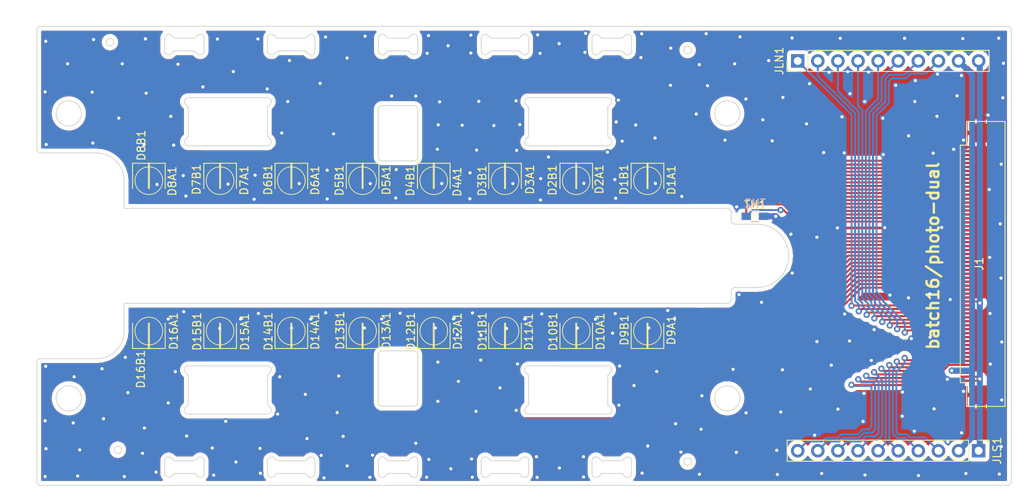
<source format=kicad_pcb>
(kicad_pcb (version 20211014) (generator pcbnew)
  (layers (0 "F.Cu" signal) (31 "B.Cu" signal) (34 "B.Paste" user) (35 "F.Paste" user) (36 "B.SilkS" user "B.Silkscreen") (37 "F.SilkS" user "F.Silkscreen") (38 "B.Mask" user) (39 "F.Mask" user) (44 "Edge.Cuts" user))
  (net 0 "")
  (net 1 "GNDA")
  (net 2 "/S_PD_OUT1")
  (net 3 "/S_PD_OUT3")
  (net 4 "/S_PD_OUT5")
  (net 5 "/S_PD_OUT7")
  (net 6 "/S_PD_OUT9")
  (net 7 "/S_PD_OUT11")
  (net 8 "/S_PD_OUT13")
  (net 9 "/S_PD_OUT15")
  (net 10 "/N_PD_OUT1")
  (net 11 "/N_PD_OUT3")
  (net 12 "/N_PD_OUT5")
  (net 13 "/N_PD_OUT7")
  (net 14 "/N_PD_OUT9")
  (net 15 "/N_PD_OUT11")
  (net 16 "/N_PD_OUT13")
  (net 17 "/N_PD_OUT15")
  (net 18 "GNDL")
  (net 19 "VCCL")
  (net 20 "Net-(J1-Pad42)")
  (net 21 "/N_LED_OUT1")
  (net 22 "/N_LED_OUT2")
  (net 23 "/N_LED_OUT3")
  (net 24 "/N_LED_OUT4")
  (net 25 "/N_LED_OUT5")
  (net 26 "/N_LED_OUT6")
  (net 27 "/N_LED_OUT7")
  (net 28 "/S_LED_OUT2")
  (net 29 "/S_LED_OUT1")
  (net 30 "/S_LED_OUT4")
  (net 31 "/S_LED_OUT3")
  (net 32 "/S_LED_OUT7")
  (net 33 "/S_LED_OUT8")
  (net 34 "/S_LED_OUT6")
  (net 35 "/S_LED_OUT5")
  (net 36 "/N_LED_OUT8")
  (net 37 "Net-(J1-Pad41)")
  (net 38 "/S_PD_OUT4")
  (net 39 "/S_PD_OUT6")
  (net 40 "/S_PD_OUT8")
  (net 41 "/S_PD_OUT10")
  (net 42 "/S_PD_OUT12")
  (net 43 "/S_PD_OUT14")
  (net 44 "/S_PD_OUT16")
  (net 45 "/N_PD_OUT2")
  (net 46 "/N_PD_OUT4")
  (net 47 "/N_PD_OUT6")
  (net 48 "/N_PD_OUT8")
  (net 49 "/N_PD_OUT10")
  (net 50 "/N_PD_OUT12")
  (net 51 "/N_PD_OUT14")
  (net 52 "/N_PD_OUT16")
  (net 53 "/S_PD_OUT2")
  (net 54 "VCCA")
  (footprint "Diodes_SMD:D_1206" (layer "F.Cu") (at 160.921211 90.502066 -90)
    (fp_text reference "D1B1")
    (fp_text value "D_Photo")
  )
  (footprint "Diodes_SMD:D_1206" (layer "F.Cu") (at 153.921211 90.502066 -90)
    (fp_text reference "D2A1")
    (fp_text value "D_Photo")
  )
  (footprint "Diodes_SMD:D_1206" (layer "F.Cu") (at 151.921211 90.502066 -90)
    (fp_text reference "D2B1")
    (fp_text value "D_Photo")
  )
  (footprint "Diodes_SMD:D_1206" (layer "F.Cu") (at 144.921211 90.502066 -90)
    (fp_text reference "D3A1")
    (fp_text value "D_Photo")
  )
  (footprint "Diodes_SMD:D_1206" (layer "F.Cu") (at 142.921211 90.502066 -90)
    (fp_text reference "D3B1")
    (fp_text value "D_Photo")
  )
  (footprint "Diodes_SMD:D_1206" (layer "F.Cu") (at 135.921211 90.502066 -90)
    (fp_text reference "D4A1")
    (fp_text value "D_Photo")
  )
  (footprint "Diodes_SMD:D_1206" (layer "F.Cu") (at 133.921211 90.502066 -90)
    (fp_text reference "D4B1")
    (fp_text value "D_Photo")
  )
  (footprint "Diodes_SMD:D_1206" (layer "F.Cu") (at 126.921211 90.502066 -90)
    (fp_text reference "D5A1")
    (fp_text value "D_Photo")
  )
  (footprint "Diodes_SMD:D_1206" (layer "F.Cu") (at 124.921211 90.502066 -90)
    (fp_text reference "D5B1")
    (fp_text value "D_Photo")
  )
  (footprint "Diodes_SMD:D_1206" (layer "F.Cu") (at 117.921211 90.502066 -90)
    (fp_text reference "D6A1")
    (fp_text value "D_Photo")
  )
  (footprint "Diodes_SMD:D_1206" (layer "F.Cu") (at 115.921211 90.502066 -90)
    (fp_text reference "D6B1")
    (fp_text value "D_Photo")
  )
  (footprint "Diodes_SMD:D_1206" (layer "F.Cu") (at 108.921211 90.502066 -90)
    (fp_text reference "D7A1")
    (fp_text value "D_Photo")
  )
  (footprint "Diodes_SMD:D_1206" (layer "F.Cu") (at 106.921211 90.502066 -90)
    (fp_text reference "D7B1")
    (fp_text value "D_Photo")
  )
  (footprint "Diodes_SMD:D_1206" (layer "F.Cu") (at 99.921211 90.502066 -90)
    (fp_text reference "D8A1")
    (fp_text value "D_Photo")
  )
  (footprint "Diodes_SMD:D_1206" (layer "F.Cu") (at 97.921211 90.502066 -90)
    (fp_text reference "D8B1")
    (fp_text value "D_Photo")
  )
  (footprint "Diodes_SMD:D_1206" (layer "F.Cu") (at 115.921211 109.501633 90)
    (fp_text reference "D14B1")
    (fp_text value "D_Photo")
  )
  (footprint "Diodes_SMD:D_1206" (layer "F.Cu") (at 124.921211 109.501633 90)
    (fp_text reference "D13B1")
    (fp_text value "D_Photo")
  )
  (footprint "Diodes_SMD:D_1206" (layer "F.Cu") (at 117.921211 109.501633 90)
    (fp_text reference "D14A1")
    (fp_text value "D_Photo")
  )
  (footprint "Diodes_SMD:D_1206" (layer "F.Cu") (at 108.921211 109.501633 90)
    (fp_text reference "D15A1")
    (fp_text value "D_Photo")
  )
  (footprint "Diodes_SMD:D_1206" (layer "F.Cu") (at 97.921211 109.501633 90)
    (fp_text reference "D16B1")
    (fp_text value "D_Photo")
  )
  (footprint "Diodes_SMD:D_1206" (layer "F.Cu") (at 99.921211 109.501633 90)
    (fp_text reference "D16A1")
    (fp_text value "D_Photo")
  )
  (footprint "Diodes_SMD:D_1206" (layer "F.Cu") (at 106.921211 109.501633 90)
    (fp_text reference "D15B1")
    (fp_text value "D_Photo")
  )
  (footprint "Diodes_SMD:D_1206" (layer "F.Cu") (at 160.921211 109.501633 90)
    (fp_text reference "D9B1")
    (fp_text value "D_Photo")
  )
  (footprint "Diodes_SMD:D_1206" (layer "F.Cu") (at 126.921211 109.501633 90)
    (fp_text reference "D13A1")
    (fp_text value "D_Photo")
  )
  (footprint "Diodes_SMD:D_1206" (layer "F.Cu") (at 133.921211 109.501633 90)
    (fp_text reference "D12B1")
    (fp_text value "D_Photo")
  )
  (footprint "Diodes_SMD:D_1206" (layer "F.Cu") (at 135.921211 109.501633 90)
    (fp_text reference "D12A1")
    (fp_text value "D_Photo")
  )
  (footprint "Diodes_SMD:D_1206" (layer "F.Cu") (at 142.921211 109.501633 90)
    (fp_text reference "D11B1")
    (fp_text value "D_Photo")
  )
  (footprint "Diodes_SMD:D_1206" (layer "F.Cu") (at 144.921211 109.501633 90)
    (fp_text reference "D11A1")
    (fp_text value "D_Photo")
  )
  (footprint "Diodes_SMD:D_1206" (layer "F.Cu") (at 151.921211 109.501633 90)
    (fp_text reference "D10B1")
    (fp_text value "D_Photo")
  )
  (footprint "Diodes_SMD:D_1206" (layer "F.Cu") (at 153.921211 109.501633 90)
    (fp_text reference "D10A1")
    (fp_text value "D_Photo")
  )
  (footprint "Diodes_SMD:D_1206" (layer "F.Cu") (at 162.921211 90.502066 -90)
    (fp_text reference "D1A1")
    (fp_text value "D_Photo")
  )
  (footprint "Resistors_SMD:R_0603_HandSoldering" (layer "F.Cu") (at 175.5 95)
    (fp_text reference "TH1")
    (fp_text value "Thermistor")
  )
  (footprint "Pin_Headers:Pin_Header_Straight_1x10_Pitch2.54mm" (layer "F.Cu") (at 180.905 75.372 90)
    (fp_text reference "JLN1")
    (fp_text value "Conn_01x10_Male")
  )
  (footprint "Pin_Headers:Pin_Header_Straight_1x10_Pitch2.54mm" (layer "F.Cu") (at 203.765 124.628 -90)
    (fp_text reference "JLS1")
    (fp_text value "Conn_01x10_Male")
  )
  (footprint "Diodes_SMD:D_1206" (layer "F.Cu") (at 162.921211 109.501633 90)
    (fp_text reference "D9A1")
    (fp_text value "D_Photo")
  )
  (footprint "Ninja-qPCR:FFC_60_Ali_HUISHUNFA" (layer "F.Cu") (at 202.074 115.77 90)
    (fp_text reference "J1")
    (fp_text value "Conn_01x60_Male")
  )
  (footprint "Resistors_SMD:R_0603_HandSoldering" (layer "B.Cu") (at 175.5 95)
    (fp_text reference "TH2")
    (fp_text value "Thermistor")
  )
  (gr_circle (center 161.921211 90.502066) (end 160.171211 90.502066) (layer "F.SilkS") (width 0.1) (fill none))
  (gr_circle (center 116.921211 90.502066) (end 115.171211 90.502066) (layer "F.SilkS") (width 0.1) (fill none))
  (gr_circle (center 134.921211 90.502066) (end 133.171211 90.502066) (layer "F.SilkS") (width 0.1) (fill none))
  (gr_circle (center 143.921211 90.502066) (end 142.171211 90.502066) (layer "F.SilkS") (width 0.1) (fill none))
  (gr_circle (center 152.921211 90.502066) (end 151.171211 90.502066) (layer "F.SilkS") (width 0.1) (fill none))
  (gr_circle (center 125.921211 90.502066) (end 124.171211 90.502066) (layer "F.SilkS") (width 0.1) (fill none))
  (gr_circle (center 98.921211 90.502066) (end 97.171211 90.502066) (layer "F.SilkS") (width 0.1) (fill none))
  (gr_circle (center 107.921211 90.502066) (end 106.171211 90.502066) (layer "F.SilkS") (width 0.1) (fill none))
  (gr_circle (center 161.921211 109.501633) (end 160.171211 109.501633) (layer "F.SilkS") (width 0.1) (fill none))
  (gr_circle (center 107.921211 109.501633) (end 106.171211 109.501633) (layer "F.SilkS") (width 0.1) (fill none))
  (gr_circle (center 134.921211 109.501633) (end 133.171211 109.501633) (layer "F.SilkS") (width 0.1) (fill none))
  (gr_circle (center 116.921211 109.501633) (end 115.171211 109.501633) (layer "F.SilkS") (width 0.1) (fill none))
  (gr_circle (center 98.921211 109.501633) (end 97.171211 109.501633) (layer "F.SilkS") (width 0.1) (fill none))
  (gr_circle (center 125.921211 109.501633) (end 124.171211 109.501633) (layer "F.SilkS") (width 0.1) (fill none))
  (gr_circle (center 152.921211 109.501633) (end 151.171211 109.501633) (layer "F.SilkS") (width 0.1) (fill none))
  (gr_circle (center 143.921211 109.501633) (end 142.171211 109.501633) (layer "F.SilkS") (width 0.1) (fill none))
  (gr_circle (center 172 82) (end 170.4 82) (layer "Edge.Cuts") (width 0.1) (fill none))
  (gr_circle (center 88.8 82) (end 87.2 82) (layer "Edge.Cuts") (width 0.1) (fill none))
  (gr_line (start 119.060497 74.455302) (end 118.706944 74.101749) (layer "Edge.Cuts") (width 0.1))
  (gr_line (start 156.89905 84.894642) (end 157.252604 85.248195) (layer "Edge.Cuts") (width 0.1))
  (gr_line (start 104.706944 74.101749) (end 102.121157 74.101749) (layer "Edge.Cuts") (width 0.1))
  (gr_line (start 103.89905 80.001749) (end 113.89905 80.001749) (layer "Edge.Cuts") (width 0.1))
  (gr_line (start 115.121157 74.101749) (end 114.767604 74.455302) (layer "Edge.Cuts") (width 0.1))
  (gr_line (start 156.89905 81.208855) (end 156.89905 84.894642) (layer "Edge.Cuts") (width 0.1))
  (gr_arc (start 157.252604 85.248195) (mid 157.360991 85.793091) (end 156.89905 86.10175) (layer "Edge.Cuts") (width 0.1))
  (gr_line (start 105.060497 74.455302) (end 104.706944 74.101749) (layer "Edge.Cuts") (width 0.1))
  (gr_arc (start 113.89905 80.001749) (mid 114.36099 80.310407) (end 114.252603 80.855302) (layer "Edge.Cuts") (width 0.1))
  (gr_arc (start 140.91405 72.501749) (mid 141.222708 72.039809) (end 141.767603 72.148196) (layer "Edge.Cuts") (width 0.1))
  (gr_line (start 119.91405 72.501749) (end 119.91405 74.101749) (layer "Edge.Cuts") (width 0.1))
  (gr_line (start 102.121157 74.101749) (end 101.767604 74.455302) (layer "Edge.Cuts") (width 0.1))
  (gr_line (start 129.121157 72.501749) (end 131.706944 72.501749) (layer "Edge.Cuts") (width 0.1))
  (gr_line (start 128.767604 72.148195) (end 129.121157 72.501749) (layer "Edge.Cuts") (width 0.1))
  (gr_line (start 101.767604 72.148195) (end 102.121157 72.501749) (layer "Edge.Cuts") (width 0.1))
  (gr_line (start 115.121157 72.501749) (end 118.706944 72.501749) (layer "Edge.Cuts") (width 0.1))
  (gr_line (start 113.89905 86.101749) (end 103.89905 86.101749) (layer "Edge.Cuts") (width 0.1))
  (gr_line (start 156.121157 74.101749) (end 155.767604 74.455302) (layer "Edge.Cuts") (width 0.1))
  (gr_line (start 104.706944 72.501749) (end 105.060497 72.148195) (layer "Edge.Cuts") (width 0.1))
  (gr_arc (start 154.91405 72.501749) (mid 155.222708 72.039809) (end 155.767603 72.148196) (layer "Edge.Cuts") (width 0.1))
  (gr_line (start 118.706944 74.101749) (end 115.121157 74.101749) (layer "Edge.Cuts") (width 0.1))
  (gr_arc (start 103.545497 80.855302) (mid 103.437111 80.310407) (end 103.89905 80.00175) (layer "Edge.Cuts") (width 0.1))
  (gr_line (start 146.91405 72.501749) (end 146.91405 74.101749) (layer "Edge.Cuts") (width 0.1))
  (gr_arc (start 159.060497 72.148195) (mid 159.605393 72.039809) (end 159.91405 72.50175) (layer "Edge.Cuts") (width 0.1))
  (gr_line (start 207.399 71) (end 85.264 71) (layer "Edge.Cuts") (width 0.1))
  (gr_line (start 156.121157 72.501749) (end 158.706944 72.501749) (layer "Edge.Cuts") (width 0.1))
  (gr_line (start 113.89905 81.208855) (end 113.89905 84.894642) (layer "Edge.Cuts") (width 0.1))
  (gr_line (start 140.91405 74.101749) (end 140.91405 72.501749) (layer "Edge.Cuts") (width 0.1))
  (gr_line (start 146.060497 74.455302) (end 145.706944 74.101749) (layer "Edge.Cuts") (width 0.1))
  (gr_arc (start 119.91405 74.101749) (mid 119.605392 74.563689) (end 119.060497 74.455302) (layer "Edge.Cuts") (width 0.1))
  (gr_line (start 142.121157 72.501749) (end 145.706944 72.501749) (layer "Edge.Cuts") (width 0.1))
  (gr_line (start 159.060497 74.455302) (end 158.706944 74.101749) (layer "Edge.Cuts") (width 0.1))
  (gr_arc (start 101.767604 74.455302) (mid 101.222709 74.563689) (end 100.91405 74.10175) (layer "Edge.Cuts") (width 0.1))
  (gr_arc (start 100.91405 72.501749) (mid 101.222708 72.039809) (end 101.767603 72.148196) (layer "Edge.Cuts") (width 0.1))
  (gr_line (start 102.121157 72.501749) (end 104.706944 72.501749) (layer "Edge.Cuts") (width 0.1))
  (gr_line (start 141.767604 72.148195) (end 142.121157 72.501749) (layer "Edge.Cuts") (width 0.1))
  (gr_line (start 103.89905 84.894642) (end 103.89905 81.208855) (layer "Edge.Cuts") (width 0.1))
  (gr_arc (start 132.060497 72.148195) (mid 132.605393 72.039809) (end 132.91405 72.50175) (layer "Edge.Cuts") (width 0.1))
  (gr_line (start 158.706944 72.501749) (end 159.060497 72.148195) (layer "Edge.Cuts") (width 0.1))
  (gr_line (start 146.545497 85.248195) (end 146.89905 84.894642) (layer "Edge.Cuts") (width 0.1))
  (gr_line (start 155.767604 72.148195) (end 156.121157 72.501749) (layer "Edge.Cuts") (width 0.1))
  (gr_arc (start 105.060497 72.148195) (mid 105.605393 72.039809) (end 105.91405 72.50175) (layer "Edge.Cuts") (width 0.1))
  (gr_arc (start 141.767604 74.455302) (mid 141.222709 74.563689) (end 140.91405 74.10175) (layer "Edge.Cuts") (width 0.1))
  (gr_line (start 100.91405 74.101749) (end 100.91405 72.501749) (layer "Edge.Cuts") (width 0.1))
  (gr_line (start 114.252604 80.855302) (end 113.89905 81.208855) (layer "Edge.Cuts") (width 0.1))
  (gr_arc (start 155.767604 74.455302) (mid 155.222709 74.563689) (end 154.91405 74.10175) (layer "Edge.Cuts") (width 0.1))
  (gr_line (start 158.706944 74.101749) (end 156.121157 74.101749) (layer "Edge.Cuts") (width 0.1))
  (gr_arc (start 103.89905 86.101749) (mid 103.43711 85.793091) (end 103.545497 85.248196) (layer "Edge.Cuts") (width 0.1))
  (gr_line (start 142.121157 74.101749) (end 141.767604 74.455302) (layer "Edge.Cuts") (width 0.1))
  (gr_arc (start 146.89905 86.101749) (mid 146.43711 85.793091) (end 146.545497 85.248196) (layer "Edge.Cuts") (width 0.1))
  (gr_arc (start 114.252604 85.248195) (mid 114.360991 85.793091) (end 113.89905 86.10175) (layer "Edge.Cuts") (width 0.1))
  (gr_line (start 154.91405 74.101749) (end 154.91405 72.501749) (layer "Edge.Cuts") (width 0.1))
  (gr_line (start 103.89905 81.208855) (end 103.545497 80.855302) (layer "Edge.Cuts") (width 0.1))
  (gr_line (start 103.545497 85.248195) (end 103.89905 84.894642) (layer "Edge.Cuts") (width 0.1))
  (gr_line (start 113.89905 84.894642) (end 114.252604 85.248195) (layer "Edge.Cuts") (width 0.1))
  (gr_arc (start 146.060497 72.148195) (mid 146.605393 72.039809) (end 146.91405 72.50175) (layer "Edge.Cuts") (width 0.1))
  (gr_line (start 145.706944 74.101749) (end 142.121157 74.101749) (layer "Edge.Cuts") (width 0.1))
  (gr_line (start 156.89905 86.101749) (end 146.89905 86.101749) (layer "Edge.Cuts") (width 0.1))
  (gr_line (start 131.706944 72.501749) (end 132.060497 72.148195) (layer "Edge.Cuts") (width 0.1))
  (gr_line (start 95.8 94) (end 172 94) (layer "Edge.Cuts") (width 0.1))
  (gr_line (start 113.91405 74.101749) (end 113.91405 72.501749) (layer "Edge.Cuts") (width 0.1))
  (gr_line (start 145.706944 72.501749) (end 146.060497 72.148195) (layer "Edge.Cuts") (width 0.1))
  (gr_line (start 146.89905 81.208855) (end 146.545497 80.855302) (layer "Edge.Cuts") (width 0.1))
  (gr_line (start 159.91405 72.501749) (end 159.91405 74.101749) (layer "Edge.Cuts") (width 0.1))
  (gr_line (start 146.89905 84.894642) (end 146.89905 81.208855) (layer "Edge.Cuts") (width 0.1))
  (gr_arc (start 113.91405 72.501749) (mid 114.222708 72.039809) (end 114.767603 72.148196) (layer "Edge.Cuts") (width 0.1))
  (gr_arc (start 132.91405 74.101749) (mid 132.605392 74.563689) (end 132.060497 74.455302) (layer "Edge.Cuts") (width 0.1))
  (gr_arc (start 105.91405 74.101749) (mid 105.605392 74.563689) (end 105.060497 74.455302) (layer "Edge.Cuts") (width 0.1))
  (gr_line (start 95.8 90.5) (end 95.8 94) (layer "Edge.Cuts") (width 0.1))
  (gr_arc (start 159.91405 74.101749) (mid 159.605392 74.563689) (end 159.060497 74.455302) (layer "Edge.Cuts") (width 0.1))
  (gr_line (start 105.91405 72.501749) (end 105.91405 74.101749) (layer "Edge.Cuts") (width 0.1))
  (gr_arc (start 146.545497 80.855302) (mid 146.437111 80.310407) (end 146.89905 80.00175) (layer "Edge.Cuts") (width 0.1))
  (gr_arc (start 114.767604 74.455302) (mid 114.222709 74.563689) (end 113.91405 74.10175) (layer "Edge.Cuts") (width 0.1))
  (gr_line (start 114.767604 72.148195) (end 115.121157 72.501749) (layer "Edge.Cuts") (width 0.1))
  (gr_line (start 132.91405 72.501749) (end 132.91405 74.101749) (layer "Edge.Cuts") (width 0.1))
  (gr_arc (start 128.767604 74.455302) (mid 128.222709 74.563689) (end 127.91405 74.10175) (layer "Edge.Cuts") (width 0.1))
  (gr_arc (start 146.91405 74.101749) (mid 146.605392 74.563689) (end 146.060497 74.455302) (layer "Edge.Cuts") (width 0.1))
  (gr_line (start 127.91405 74.101749) (end 127.91405 72.501749) (layer "Edge.Cuts") (width 0.1))
  (gr_arc (start 127.91405 72.501749) (mid 128.222708 72.039809) (end 128.767603 72.148196) (layer "Edge.Cuts") (width 0.1))
  (gr_arc (start 119.060497 72.148195) (mid 119.605393 72.039809) (end 119.91405 72.50175) (layer "Edge.Cuts") (width 0.1))
  (gr_line (start 129.121157 74.101749) (end 128.767604 74.455302) (layer "Edge.Cuts") (width 0.1))
  (gr_arc (start 156.89905 80.001749) (mid 157.36099 80.310407) (end 157.252603 80.855302) (layer "Edge.Cuts") (width 0.1))
  (gr_line (start 118.706944 72.501749) (end 119.060497 72.148195) (layer "Edge.Cuts") (width 0.1))
  (gr_line (start 131.706944 74.101749) (end 129.121157 74.101749) (layer "Edge.Cuts") (width 0.1))
  (gr_line (start 157.252604 80.855302) (end 156.89905 81.208855) (layer "Edge.Cuts") (width 0.1))
  (gr_line (start 132.060497 74.455302) (end 131.706944 74.101749) (layer "Edge.Cuts") (width 0.1))
  (gr_arc (start 92.3 87) (mid 94.774874 88.025126) (end 95.8 90.5) (layer "Edge.Cuts") (width 0.1))
  (gr_line (start 92.3 87) (end 85.264 87) (layer "Edge.Cuts") (width 0.1))
  (gr_circle (center 88.8 118) (end 87.2 118) (layer "Edge.Cuts") (width 0.1) (fill none))
  (gr_arc (start 132.9 118.5) (mid 132.753553 118.853553) (end 132.4 119) (layer "Edge.Cuts") (width 0.1))
  (gr_arc (start 128.4 119) (mid 128.046447 118.853553) (end 127.9 118.5) (layer "Edge.Cuts") (width 0.1))
  (gr_line (start 132.4 119) (end 128.4 119) (layer "Edge.Cuts") (width 0.1))
  (gr_line (start 127.9 118.5) (end 127.9 112.5) (layer "Edge.Cuts") (width 0.1))
  (gr_line (start 132.9 118.5) (end 132.9 112.5) (layer "Edge.Cuts") (width 0.1))
  (gr_arc (start 132.4 81) (mid 132.753553 81.146447) (end 132.9 81.5) (layer "Edge.Cuts") (width 0.1))
  (gr_line (start 128.4 81) (end 132.4 81) (layer "Edge.Cuts") (width 0.1))
  (gr_arc (start 132.9 87.5) (mid 132.753553 87.853553) (end 132.4 88) (layer "Edge.Cuts") (width 0.1))
  (gr_arc (start 128.4 88) (mid 128.046447 87.853553) (end 127.9 87.5) (layer "Edge.Cuts") (width 0.1))
  (gr_line (start 132.9 87.5) (end 132.9 81.5) (layer "Edge.Cuts") (width 0.1))
  (gr_line (start 132.4 88) (end 128.4 88) (layer "Edge.Cuts") (width 0.1))
  (gr_line (start 127.9 87.5) (end 127.9 81.5) (layer "Edge.Cuts") (width 0.1))
  (gr_arc (start 127.9 81.5) (mid 128.046447 81.146447) (end 128.4 81) (layer "Edge.Cuts") (width 0.1))
  (gr_circle (center 94 73) (end 93.525 73) (layer "Edge.Cuts") (width 0.1) (fill none))
  (gr_circle (center 167 74) (end 166.525 74) (layer "Edge.Cuts") (width 0.1) (fill none))
  (gr_circle (center 167 126) (end 166.525 126) (layer "Edge.Cuts") (width 0.1) (fill none))
  (gr_circle (center 95 124.5) (end 94.525 124.5) (layer "Edge.Cuts") (width 0.1) (fill none))
  (gr_arc (start 85.264 87) (mid 84.910447 86.853553) (end 84.764 86.5) (layer "Edge.Cuts") (width 0.1))
  (gr_arc (start 84.764 113.5) (mid 84.910447 113.146447) (end 85.264 113) (layer "Edge.Cuts") (width 0.1))
  (gr_arc (start 172 94) (mid 172.353553 94.146447) (end 172.5 94.5) (layer "Edge.Cuts") (width 0.1))
  (gr_arc (start 172.5 105.5) (mid 172.353553 105.853553) (end 172 106) (layer "Edge.Cuts") (width 0.1))
  (gr_line (start 156.89905 80.001749) (end 146.89905 80.001749) (layer "Edge.Cuts") (width 0.1))
  (gr_arc (start 173 96) (mid 172.646447 95.853553) (end 172.5 95.5) (layer "Edge.Cuts") (width 0.1))
  (gr_arc (start 172.5 104.5) (mid 172.646447 104.146447) (end 173 104) (layer "Edge.Cuts") (width 0.1))
  (gr_line (start 172.5 94.5) (end 172.5 95.5) (layer "Edge.Cuts") (width 0.1))
  (gr_line (start 172.5 104.5) (end 172.5 105.5) (layer "Edge.Cuts") (width 0.1))
  (gr_arc (start 159.91405 127.49825) (mid 159.605393 127.96019) (end 159.060497 127.851805) (layer "Edge.Cuts") (width 0.1))
  (gr_line (start 146.91405 127.498251) (end 146.91405 125.898251) (layer "Edge.Cuts") (width 0.1))
  (gr_arc (start 95.8 109.5) (mid 94.774874 111.974874) (end 92.3 113) (layer "Edge.Cuts") (width 0.1))
  (gr_line (start 173 96) (end 175.764 96) (layer "Edge.Cuts") (width 0.1))
  (gr_arc (start 132.4 112) (mid 132.753553 112.146447) (end 132.9 112.5) (layer "Edge.Cuts") (width 0.1))
  (gr_line (start 113.89905 113.898251) (end 103.89905 113.898251) (layer "Edge.Cuts") (width 0.1))
  (gr_line (start 129.121157 125.898251) (end 128.767604 125.544698) (layer "Edge.Cuts") (width 0.1))
  (gr_line (start 140.91405 125.898251) (end 140.91405 127.498251) (layer "Edge.Cuts") (width 0.1))
  (gr_line (start 113.91405 125.898251) (end 113.91405 127.498251) (layer "Edge.Cuts") (width 0.1))
  (gr_line (start 105.060497 125.544698) (end 104.706944 125.898251) (layer "Edge.Cuts") (width 0.1))
  (gr_line (start 207.399 129) (end 85.264 129) (layer "Edge.Cuts") (width 0.1))
  (gr_line (start 105.91405 127.498251) (end 105.91405 125.898251) (layer "Edge.Cuts") (width 0.1))
  (gr_line (start 146.545497 114.751805) (end 146.89905 115.105358) (layer "Edge.Cuts") (width 0.1))
  (gr_arc (start 141.767603 127.851804) (mid 141.222708 127.96019) (end 140.91405 127.498251) (layer "Edge.Cuts") (width 0.1))
  (gr_line (start 113.89905 118.791145) (end 113.89905 115.105358) (layer "Edge.Cuts") (width 0.1))
  (gr_arc (start 146.545497 114.751804) (mid 146.437111 114.206909) (end 146.89905 113.898251) (layer "Edge.Cuts") (width 0.1))
  (gr_arc (start 119.91405 127.49825) (mid 119.605393 127.96019) (end 119.060497 127.851805) (layer "Edge.Cuts") (width 0.1))
  (gr_line (start 156.89905 118.791145) (end 156.89905 115.105358) (layer "Edge.Cuts") (width 0.1))
  (gr_line (start 102.121157 127.498251) (end 104.706944 127.498251) (layer "Edge.Cuts") (width 0.1))
  (gr_line (start 207.899 128.5) (end 207.899 71.5) (layer "Edge.Cuts") (width 0.1))
  (gr_line (start 131.706944 127.498251) (end 132.060497 127.851805) (layer "Edge.Cuts") (width 0.1))
  (gr_arc (start 207.899 128.5) (mid 207.752553 128.853553) (end 207.399 129) (layer "Edge.Cuts") (width 0.1))
  (gr_line (start 158.706944 125.898251) (end 156.121157 125.898251) (layer "Edge.Cuts") (width 0.1))
  (gr_line (start 119.060497 125.544698) (end 118.706944 125.898251) (layer "Edge.Cuts") (width 0.1))
  (gr_line (start 159.91405 127.498251) (end 159.91405 125.898251) (layer "Edge.Cuts") (width 0.1))
  (gr_line (start 92.3 113) (end 85.264 113) (layer "Edge.Cuts") (width 0.1))
  (gr_line (start 129.121157 127.498251) (end 131.706944 127.498251) (layer "Edge.Cuts") (width 0.1))
  (gr_line (start 118.706944 125.898251) (end 115.121157 125.898251) (layer "Edge.Cuts") (width 0.1))
  (gr_line (start 118.706944 127.498251) (end 119.060497 127.851805) (layer "Edge.Cuts") (width 0.1))
  (gr_line (start 157.252604 119.144698) (end 156.89905 118.791145) (layer "Edge.Cuts") (width 0.1))
  (gr_line (start 103.545497 114.751805) (end 103.89905 115.105358) (layer "Edge.Cuts") (width 0.1))
  (gr_arc (start 113.91405 125.89825) (mid 114.222709 125.436311) (end 114.767604 125.544698) (layer "Edge.Cuts") (width 0.1))
  (gr_line (start 146.89905 118.791145) (end 146.545497 119.144698) (layer "Edge.Cuts") (width 0.1))
  (gr_line (start 156.89905 113.898251) (end 146.89905 113.898251) (layer "Edge.Cuts") (width 0.1))
  (gr_line (start 141.767604 127.851805) (end 142.121157 127.498251) (layer "Edge.Cuts") (width 0.1))
  (gr_line (start 114.767604 127.851805) (end 115.121157 127.498251) (layer "Edge.Cuts") (width 0.1))
  (gr_line (start 101.767604 127.851805) (end 102.121157 127.498251) (layer "Edge.Cuts") (width 0.1))
  (gr_line (start 103.89905 118.791145) (end 103.545497 119.144698) (layer "Edge.Cuts") (width 0.1))
  (gr_arc (start 128.767603 127.851804) (mid 128.222708 127.96019) (end 127.91405 127.498251) (layer "Edge.Cuts") (width 0.1))
  (gr_line (start 104.706944 125.898251) (end 102.121157 125.898251) (layer "Edge.Cuts") (width 0.1))
  (gr_line (start 95.8 106) (end 172 106) (layer "Edge.Cuts") (width 0.1))
  (gr_line (start 103.89905 119.998251) (end 113.89905 119.998251) (layer "Edge.Cuts") (width 0.1))
  (gr_line (start 114.252604 119.144698) (end 113.89905 118.791145) (layer "Edge.Cuts") (width 0.1))
  (gr_line (start 155.767604 127.851805) (end 156.121157 127.498251) (layer "Edge.Cuts") (width 0.1))
  (gr_line (start 95.8 109.5) (end 95.8 106) (layer "Edge.Cuts") (width 0.1))
  (gr_arc (start 175.764 96) (mid 179.764 100) (end 175.764 104) (layer "Edge.Cuts") (width 0.1))
  (gr_arc (start 146.91405 127.49825) (mid 146.605393 127.96019) (end 146.060497 127.851805) (layer "Edge.Cuts") (width 0.1))
  (gr_line (start 145.706944 125.898251) (end 142.121157 125.898251) (layer "Edge.Cuts") (width 0.1))
  (gr_line (start 102.121157 125.898251) (end 101.767604 125.544698) (layer "Edge.Cuts") (width 0.1))
  (gr_arc (start 85.264 129) (mid 84.910447 128.853553) (end 84.764 128.5) (layer "Edge.Cuts") (width 0.1))
  (gr_arc (start 114.252603 119.144698) (mid 114.360989 119.689593) (end 113.89905 119.998251) (layer "Edge.Cuts") (width 0.1))
  (gr_arc (start 119.060497 125.544698) (mid 119.605392 125.436312) (end 119.91405 125.898251) (layer "Edge.Cuts") (width 0.1))
  (gr_line (start 156.121157 127.498251) (end 158.706944 127.498251) (layer "Edge.Cuts") (width 0.1))
  (gr_line (start 146.89905 115.105358) (end 146.89905 118.791145) (layer "Edge.Cuts") (width 0.1))
  (gr_arc (start 114.767603 127.851804) (mid 114.222708 127.96019) (end 113.91405 127.498251) (layer "Edge.Cuts") (width 0.1))
  (gr_line (start 156.89905 115.105358) (end 157.252604 114.751805) (layer "Edge.Cuts") (width 0.1))
  (gr_line (start 127.91405 125.898251) (end 127.91405 127.498251) (layer "Edge.Cuts") (width 0.1))
  (gr_arc (start 159.060497 125.544698) (mid 159.605392 125.436312) (end 159.91405 125.898251) (layer "Edge.Cuts") (width 0.1))
  (gr_arc (start 132.060497 125.544698) (mid 132.605392 125.436312) (end 132.91405 125.898251) (layer "Edge.Cuts") (width 0.1))
  (gr_arc (start 103.89905 119.99825) (mid 103.437111 119.689592) (end 103.545497 119.144698) (layer "Edge.Cuts") (width 0.1))
  (gr_line (start 132.060497 125.544698) (end 131.706944 125.898251) (layer "Edge.Cuts") (width 0.1))
  (gr_arc (start 127.91405 125.89825) (mid 128.222709 125.436311) (end 128.767604 125.544698) (layer "Edge.Cuts") (width 0.1))
  (gr_line (start 154.91405 125.898251) (end 154.91405 127.498251) (layer "Edge.Cuts") (width 0.1))
  (gr_line (start 128.4 112) (end 132.4 112) (layer "Edge.Cuts") (width 0.1))
  (gr_line (start 158.706944 127.498251) (end 159.060497 127.851805) (layer "Edge.Cuts") (width 0.1))
  (gr_line (start 103.89905 115.105358) (end 103.89905 118.791145) (layer "Edge.Cuts") (width 0.1))
  (gr_line (start 142.121157 125.898251) (end 141.767604 125.544698) (layer "Edge.Cuts") (width 0.1))
  (gr_arc (start 113.89905 113.89825) (mid 114.360991 114.206909) (end 114.252604 114.751805) (layer "Edge.Cuts") (width 0.1))
  (gr_line (start 156.121157 125.898251) (end 155.767604 125.544698) (layer "Edge.Cuts") (width 0.1))
  (gr_line (start 100.91405 125.898251) (end 100.91405 127.498251) (layer "Edge.Cuts") (width 0.1))
  (gr_line (start 113.89905 115.105358) (end 114.252604 114.751805) (layer "Edge.Cuts") (width 0.1))
  (gr_line (start 142.121157 127.498251) (end 145.706944 127.498251) (layer "Edge.Cuts") (width 0.1))
  (gr_circle (center 172 118) (end 170.4 118) (layer "Edge.Cuts") (width 0.1) (fill none))
  (gr_line (start 84.764 71.5) (end 84.764 86.5) (layer "Edge.Cuts") (width 0.1))
  (gr_arc (start 132.91405 127.49825) (mid 132.605393 127.96019) (end 132.060497 127.851805) (layer "Edge.Cuts") (width 0.1))
  (gr_arc (start 157.252603 119.144698) (mid 157.360989 119.689593) (end 156.89905 119.998251) (layer "Edge.Cuts") (width 0.1))
  (gr_line (start 119.91405 127.498251) (end 119.91405 125.898251) (layer "Edge.Cuts") (width 0.1))
  (gr_arc (start 101.767603 127.851804) (mid 101.222708 127.96019) (end 100.91405 127.498251) (layer "Edge.Cuts") (width 0.1))
  (gr_line (start 146.060497 125.544698) (end 145.706944 125.898251) (layer "Edge.Cuts") (width 0.1))
  (gr_line (start 131.706944 125.898251) (end 129.121157 125.898251) (layer "Edge.Cuts") (width 0.1))
  (gr_arc (start 100.91405 125.89825) (mid 101.222709 125.436311) (end 101.767604 125.544698) (layer "Edge.Cuts") (width 0.1))
  (gr_arc (start 146.060497 125.544698) (mid 146.605392 125.436312) (end 146.91405 125.898251) (layer "Edge.Cuts") (width 0.1))
  (gr_arc (start 146.89905 119.99825) (mid 146.437111 119.689592) (end 146.545497 119.144698) (layer "Edge.Cuts") (width 0.1))
  (gr_line (start 115.121157 127.498251) (end 118.706944 127.498251) (layer "Edge.Cuts") (width 0.1))
  (gr_arc (start 155.767603 127.851804) (mid 155.222708 127.96019) (end 154.91405 127.498251) (layer "Edge.Cuts") (width 0.1))
  (gr_arc (start 105.91405 127.49825) (mid 105.605393 127.96019) (end 105.060497 127.851805) (layer "Edge.Cuts") (width 0.1))
  (gr_arc (start 207.399 71) (mid 207.752553 71.146447) (end 207.899 71.5) (layer "Edge.Cuts") (width 0.1))
  (gr_line (start 145.706944 127.498251) (end 146.060497 127.851805) (layer "Edge.Cuts") (width 0.1))
  (gr_arc (start 154.91405 125.89825) (mid 155.222709 125.436311) (end 155.767604 125.544698) (layer "Edge.Cuts") (width 0.1))
  (gr_line (start 159.060497 125.544698) (end 158.706944 125.898251) (layer "Edge.Cuts") (width 0.1))
  (gr_line (start 84.764 128.5) (end 84.764 113.5) (layer "Edge.Cuts") (width 0.1))
  (gr_line (start 115.121157 125.898251) (end 114.767604 125.544698) (layer "Edge.Cuts") (width 0.1))
  (gr_arc (start 105.060497 125.544698) (mid 105.605392 125.436312) (end 105.91405 125.898251) (layer "Edge.Cuts") (width 0.1))
  (gr_line (start 146.89905 119.998251) (end 156.89905 119.998251) (layer "Edge.Cuts") (width 0.1))
  (gr_line (start 104.706944 127.498251) (end 105.060497 127.851805) (layer "Edge.Cuts") (width 0.1))
  (gr_arc (start 103.545497 114.751804) (mid 103.437111 114.206909) (end 103.89905 113.898251) (layer "Edge.Cuts") (width 0.1))
  (gr_line (start 128.767604 127.851805) (end 129.121157 127.498251) (layer "Edge.Cuts") (width 0.1))
  (gr_arc (start 140.91405 125.89825) (mid 141.222709 125.436311) (end 141.767604 125.544698) (layer "Edge.Cuts") (width 0.1))
  (gr_arc (start 84.764 71.5) (mid 84.910447 71.146447) (end 85.264 71) (layer "Edge.Cuts") (width 0.1))
  (gr_line (start 132.91405 127.498251) (end 132.91405 125.898251) (layer "Edge.Cuts") (width 0.1))
  (gr_arc (start 156.89905 113.89825) (mid 157.360991 114.206909) (end 157.252604 114.751805) (layer "Edge.Cuts") (width 0.1))
  (gr_arc (start 127.9 112.5) (mid 128.046447 112.146447) (end 128.4 112) (layer "Edge.Cuts") (width 0.1))
  (gr_line (start 173 104) (end 175.764 104) (layer "Edge.Cuts") (width 0.1))
  (gr_text "batch16/photo-dual" (at 198 100 90) (layer "F.SilkS") (effects (font (size 1.5 1.5) (thickness 0.3))))
  (segment (start 205.66 116.309) (end 204.399 117.57) (width 0.762) (layer "F.Cu") (net 1))
  (segment (start 205.49 95.27) (end 205.66 95.1) (width 0.25) (layer "F.Cu") (net 1))
  (segment (start 202.074 95.27) (end 205.49 95.27) (width 0.25) (layer "F.Cu") (net 1))
  (segment (start 205.66 86.83) (end 205.66 95.1) (width 0.762) (layer "F.Cu") (net 1))
  (segment (start 202.094999 105.245001) (end 205.325001 105.245001) (width 0.25) (layer "F.Cu") (net 1))
  (segment (start 205.6 86.77) (end 205.66 86.83) (width 0.25) (layer "F.Cu") (net 1))
  (segment (start 97.921211 108.001633) (end 165.278367 108.001633) (width 2.54) (layer "F.Cu") (net 1))
  (segment (start 205.66 95.1) (end 205.66 96.87) (width 0.762) (layer "F.Cu") (net 1))
  (segment (start 162.921211 92.002066) (end 165.772066 92.002066) (width 0.508) (layer "F.Cu") (net 1))
  (segment (start 205.66 86.27) (end 205.66 86.83) (width 0.762) (layer "F.Cu") (net 1))
  (segment (start 205.66 85.731) (end 205.66 86.27) (width 0.762) (layer "F.Cu") (net 1))
  (segment (start 176.6 95) (end 178.125806 95) (width 0.762) (layer "F.Cu") (net 1))
  (segment (start 204.48 84.47) (end 204.399 84.47) (width 0.762) (layer "F.Cu") (net 1))
  (segment (start 205.66 96.87) (end 205.66 105.58) (width 0.762) (layer "F.Cu") (net 1))
  (segment (start 202.074 86.27) (end 205.66 86.27) (width 0.25) (layer "F.Cu") (net 1))
  (segment (start 162.921211 108.001633) (end 165.278367 108.001633) (width 0.508) (layer "F.Cu") (net 1))
  (segment (start 202.074 105.27) (end 202.074 105.266) (width 0.25) (layer "F.Cu") (net 1))
  (segment (start 202.074 96.77) (end 205.56 96.77) (width 0.25) (layer "F.Cu") (net 1))
  (segment (start 205.325001 105.245001) (end 205.66 105.58) (width 0.25) (layer "F.Cu") (net 1))
  (segment (start 205.56 96.77) (end 205.66 96.87) (width 0.25) (layer "F.Cu") (net 1))
  (segment (start 205.66 105.58) (end 205.66 116.309) (width 0.762) (layer "F.Cu") (net 1))
  (segment (start 202.074 105.266) (end 202.094999 105.245001) (width 0.25) (layer "F.Cu") (net 1))
  (segment (start 165.772066 92.002066) (end 166.26 92.49) (width 0.508) (layer "F.Cu") (net 1))
  (segment (start 97.921211 92.002066) (end 162.921211 92.002066) (width 2.54) (layer "F.Cu") (net 1))
  (segment (start 202.074 86.77) (end 205.6 86.77) (width 0.25) (layer "F.Cu") (net 1))
  (segment (start 204.399 84.47) (end 205.66 85.731) (width 0.762) (layer "F.Cu") (net 1))
  (segment (start 178.125806 95) (end 178.133823 95.008017) (width 0.762) (layer "F.Cu") (net 1))
  (via (at 85.81 79.28) (size 0.8) (drill 0.4) (layers "F.Cu" "B.Cu") (net 1))
  (via (at 85.89 72.89) (size 0.8) (drill 0.4) (layers "F.Cu" "B.Cu") (net 1))
  (via (at 88.65 75.73) (size 0.8) (drill 0.4) (layers "F.Cu" "B.Cu") (net 1))
  (via (at 91.75 79.32) (size 0.8) (drill 0.4) (layers "F.Cu" "B.Cu") (net 1))
  (via (at 91.93 72.67) (size 0.8) (drill 0.4) (layers "F.Cu" "B.Cu") (net 1))
  (via (at 91.84 85.75) (size 0.8) (drill 0.4) (layers "F.Cu" "B.Cu") (net 1))
  (via (at 95.12 82.6) (size 0.8) (drill 0.4) (layers "F.Cu" "B.Cu") (net 1))
  (via (at 98.58 79.45) (size 0.8) (drill 0.4) (layers "F.Cu" "B.Cu") (net 1))
  (via (at 98.49 72.58) (size 0.8) (drill 0.4) (layers "F.Cu" "B.Cu") (net 1))
  (via (at 98.49 72.58) (size 0.8) (drill 0.4) (layers "F.Cu" "B.Cu") (net 1))
  (via (at 95.56 75.73) (size 0.8) (drill 0.4) (layers "F.Cu" "B.Cu") (net 1))
  (via (at 101.68 82.38) (size 0.8) (drill 0.4) (layers "F.Cu" "B.Cu") (net 1))
  (via (at 98.32 85.97) (size 0.8) (drill 0.4) (layers "F.Cu" "B.Cu") (net 1))
  (via (at 103.26 89.86) (size 0.8) (drill 0.4) (layers "F.Cu" "B.Cu") (net 1))
  (via (at 99.95 90.98) (size 0.8) (drill 0.4) (layers "F.Cu" "B.Cu") (net 1))
  (via (at 108.93 90.93) (size 0.8) (drill 0.4) (layers "F.Cu" "B.Cu") (net 1))
  (via (at 117.91 90.87) (size 0.8) (drill 0.4) (layers "F.Cu" "B.Cu") (net 1))
  (via (at 126.9 90.87) (size 0.8) (drill 0.4) (layers "F.Cu" "B.Cu") (net 1))
  (via (at 135.93 90.86) (size 0.8) (drill 0.4) (layers "F.Cu" "B.Cu") (net 1))
  (via (at 144.92 90.87) (size 0.8) (drill 0.4) (layers "F.Cu" "B.Cu") (net 1))
  (via (at 153.89 90.84) (size 0.8) (drill 0.4) (layers "F.Cu" "B.Cu") (net 1))
  (via (at 162.93 90.85) (size 0.8) (drill 0.4) (layers "F.Cu" "B.Cu") (net 1))
  (via (at 103.6 92.44) (size 0.8) (drill 0.4) (layers "F.Cu" "B.Cu") (net 1))
  (via (at 112.22 92.85) (size 0.8) (drill 0.4) (layers "F.Cu" "B.Cu") (net 1))
  (via (at 121.45 92.81) (size 0.8) (drill 0.4) (layers "F.Cu" "B.Cu") (net 1))
  (via (at 130.11 92.69) (size 0.8) (drill 0.4) (layers "F.Cu" "B.Cu") (net 1))
  (via (at 139.47 92.79) (size 0.8) (drill 0.4) (layers "F.Cu" "B.Cu") (net 1))
  (via (at 148.4 92.95) (size 0.8) (drill 0.4) (layers "F.Cu" "B.Cu") (net 1))
  (via (at 157.9 92.72) (size 0.8) (drill 0.4) (layers "F.Cu" "B.Cu") (net 1))
  (via (at 157.8 90.36) (size 0.8) (drill 0.4) (layers "F.Cu" "B.Cu") (net 1))
  (via (at 148.42 90.24) (size 0.8) (drill 0.4) (layers "F.Cu" "B.Cu") (net 1))
  (via (at 139.5 89.51) (size 0.8) (drill 0.4) (layers "F.Cu" "B.Cu") (net 1))
  (via (at 130.18 89.1) (size 0.8) (drill 0.4) (layers "F.Cu" "B.Cu") (net 1))
  (via (at 121.45 89.18) (size 0.8) (drill 0.4) (layers "F.Cu" "B.Cu") (net 1))
  (via (at 112.34 89.81) (size 0.8) (drill 0.4) (layers "F.Cu" "B.Cu") (net 1))
  (via (at 102.05 86.01) (size 0.8) (drill 0.4) (layers "F.Cu" "B.Cu") (net 1))
  (via (at 102.61 75.79) (size 0.8) (drill 0.4) (layers "F.Cu" "B.Cu") (net 1))
  (via (at 107.58 72.61) (size 0.8) (drill 0.4) (layers "F.Cu" "B.Cu") (net 1))
  (via (at 112.7 72.59) (size 0.8) (drill 0.4) (layers "F.Cu" "B.Cu") (net 1))
  (via (at 109.59 76.71) (size 0.8) (drill 0.4) (layers "F.Cu" "B.Cu") (net 1))
  (via (at 105.74 78.65) (size 0.8) (drill 0.4) (layers "F.Cu" "B.Cu") (net 1))
  (via (at 113.87 78.91) (size 0.8) (drill 0.4) (layers "F.Cu" "B.Cu") (net 1))
  (via (at 116.68 75.32) (size 0.8) (drill 0.4) (layers "F.Cu" "B.Cu") (net 1))
  (via (at 121.24 72.34) (size 0.8) (drill 0.4) (layers "F.Cu" "B.Cu") (net 1))
  (via (at 126.24 72.24) (size 0.8) (drill 0.4) (layers "F.Cu" "B.Cu") (net 1))
  (via (at 123.96 75.01) (size 0.8) (drill 0.4) (layers "F.Cu" "B.Cu") (net 1))
  (via (at 120.56 78.21) (size 0.8) (drill 0.4) (layers "F.Cu" "B.Cu") (net 1))
  (via (at 116.48 80.5) (size 0.8) (drill 0.4) (layers "F.Cu" "B.Cu") (net 1))
  (via (at 115.71 84.48) (size 0.8) (drill 0.4) (layers "F.Cu" "B.Cu") (net 1))
  (via (at 122.26 84.58) (size 0.8) (drill 0.4) (layers "F.Cu" "B.Cu") (net 1))
  (via (at 129.59 79.81) (size 0.8) (drill 0.4) (layers "F.Cu" "B.Cu") (net 1))
  (via (at 132.65 79.81) (size 0.8) (drill 0.4) (layers "F.Cu" "B.Cu") (net 1))
  (via (at 134.25 72.17) (size 0.8) (drill 0.4) (layers "F.Cu" "B.Cu") (net 1))
  (via (at 139.61 74.38) (size 0.8) (drill 0.4) (layers "F.Cu" "B.Cu") (net 1))
  (via (at 136.73 73.45) (size 0.8) (drill 0.4) (layers "F.Cu" "B.Cu") (net 1))
  (via (at 139.61 72.11) (size 0.8) (drill 0.4) (layers "F.Cu" "B.Cu") (net 1))
  (via (at 134.08 74.41) (size 0.8) (drill 0.4) (layers "F.Cu" "B.Cu") (net 1))
  (via (at 135.65 80.54) (size 0.8) (drill 0.4) (layers "F.Cu" "B.Cu") (net 1))
  (via (at 135.37 86.53) (size 0.8) (drill 0.4) (layers "F.Cu" "B.Cu") (net 1))
  (via (at 138.5 83.5) (size 0.8) (drill 0.4) (layers "F.Cu" "B.Cu") (net 1))
  (via (at 145.32 80.41) (size 0.8) (drill 0.4) (layers "F.Cu" "B.Cu") (net 1))
  (via (at 145.39 86.67) (size 0.8) (drill 0.4) (layers "F.Cu" "B.Cu") (net 1))
  (via (at 142.51 83.54) (size 0.8) (drill 0.4) (layers "F.Cu" "B.Cu") (net 1))
  (via (at 140.61 80.48) (size 0.8) (drill 0.4) (layers "F.Cu" "B.Cu") (net 1))
  (via (at 140.33 86.63) (size 0.8) (drill 0.4) (layers "F.Cu" "B.Cu") (net 1))
  (via (at 145.79 83.41) (size 0.8) (drill 0.4) (layers "F.Cu" "B.Cu") (net 1))
  (via (at 135.48 83.44) (size 0.8) (drill 0.4) (layers "F.Cu" "B.Cu") (net 1))
  (via (at 149.41 87.51) (size 0.8) (drill 0.4) (layers "F.Cu" "B.Cu") (net 1))
  (via (at 156.86 86.89) (size 0.8) (drill 0.4) (layers "F.Cu" "B.Cu") (net 1))
  (via (at 162.88 85.11) (size 0.8) (drill 0.4) (layers "F.Cu" "B.Cu") (net 1))
  (via (at 158.24 80.32) (size 0.8) (drill 0.4) (layers "F.Cu" "B.Cu") (net 1))
  (via (at 157.97 83.08) (size 0.8) (drill 0.4) (layers "F.Cu" "B.Cu") (net 1))
  (via (at 160.43 83.47) (size 0.8) (drill 0.4) (layers "F.Cu" "B.Cu") (net 1))
  (via (at 158.72 85.51) (size 0.8) (drill 0.4) (layers "F.Cu" "B.Cu") (net 1))
  (via (at 148.05 72.08) (size 0.8) (drill 0.4) (layers "F.Cu" "B.Cu") (net 1))
  (via (at 154.11 71.9) (size 0.8) (drill 0.4) (layers "F.Cu" "B.Cu") (net 1))
  (via (at 154.02 74.29) (size 0.8) (drill 0.4) (layers "F.Cu" "B.Cu") (net 1))
  (via (at 148.35 74.42) (size 0.8) (drill 0.4) (layers "F.Cu" "B.Cu") (net 1))
  (via (at 150.76 73.18) (size 0.8) (drill 0.4) (layers "F.Cu" "B.Cu") (net 1))
  (via (at 161.19 71.94) (size 0.8) (drill 0.4) (layers "F.Cu" "B.Cu") (net 1))
  (via (at 161.09 74.94) (size 0.8) (drill 0.4) (layers "F.Cu" "B.Cu") (net 1))
  (via (at 164.83 78.45) (size 0.8) (drill 0.4) (layers "F.Cu" "B.Cu") (net 1))
  (via (at 168.08 82.08) (size 0.8) (drill 0.4) (layers "F.Cu" "B.Cu") (net 1))
  (via (at 164.87 73.75) (size 0.8) (drill 0.4) (layers "F.Cu" "B.Cu") (net 1))
  (via (at 169.34 71.93) (size 0.8) (drill 0.4) (layers "F.Cu" "B.Cu") (net 1))
  (via (at 168.47 75.84) (size 0.8) (drill 0.4) (layers "F.Cu" "B.Cu") (net 1))
  (via (at 169.51 78.5) (size 0.8) (drill 0.4) (layers "F.Cu" "B.Cu") (net 1))
  (via (at 173.61 72.32) (size 0.8) (drill 0.4) (layers "F.Cu" "B.Cu") (net 1))
  (via (at 172.94 75.74) (size 0.8) (drill 0.4) (layers "F.Cu" "B.Cu") (net 1))
  (via (at 174.36 80.18) (size 0.8) (drill 0.4) (layers "F.Cu" "B.Cu") (net 1))
  (via (at 177.24 75.33) (size 0.8) (drill 0.4) (layers "F.Cu" "B.Cu") (net 1))
  (via (at 180.19 72.47) (size 0.8) (drill 0.4) (layers "F.Cu" "B.Cu") (net 1))
  (via (at 186.28 72.51) (size 0.8) (drill 0.4) (layers "F.Cu" "B.Cu") (net 1))
  (via (at 194.41 72.51) (size 0.8) (drill 0.4) (layers "F.Cu" "B.Cu") (net 1))
  (via (at 201.76 72.55) (size 0.8) (drill 0.4) (layers "F.Cu" "B.Cu") (net 1))
  (via (at 206.3 72.5) (size 0.8) (drill 0.4) (layers "F.Cu" "B.Cu") (net 1))
  (via (at 206.38 127.58) (size 0.8) (drill 0.4) (layers "F.Cu" "B.Cu") (net 1))
  (via (at 206.63 124.1) (size 0.8) (drill 0.4) (layers "F.Cu" "B.Cu") (net 1))
  (via (at 202.15 127.5) (size 0.8) (drill 0.4) (layers "F.Cu" "B.Cu") (net 1))
  (via (at 196.16 127.76) (size 0.8) (drill 0.4) (layers "F.Cu" "B.Cu") (net 1))
  (via (at 189.4 127.69) (size 0.8) (drill 0.4) (layers "F.Cu" "B.Cu") (net 1))
  (via (at 183.93 127.5) (size 0.8) (drill 0.4) (layers "F.Cu" "B.Cu") (net 1))
  (via (at 178.33 127.63) (size 0.8) (drill 0.4) (layers "F.Cu" "B.Cu") (net 1))
  (via (at 168.49 127.6) (size 0.8) (drill 0.4) (layers "F.Cu" "B.Cu") (net 1))
  (via (at 173.15 124.83) (size 0.8) (drill 0.4) (layers "F.Cu" "B.Cu") (net 1))
  (via (at 168.69 121.91) (size 0.8) (drill 0.4) (layers "F.Cu" "B.Cu") (net 1))
  (via (at 172.74 114.34) (size 0.8) (drill 0.4) (layers "F.Cu" "B.Cu") (net 1))
  (via (at 168.79 117.68) (size 0.8) (drill 0.4) (layers "F.Cu" "B.Cu") (net 1))
  (via (at 174.38 119.84) (size 0.8) (drill 0.4) (layers "F.Cu" "B.Cu") (net 1))
  (via (at 161.96 124.03) (size 0.8) (drill 0.4) (layers "F.Cu" "B.Cu") (net 1))
  (via (at 161.25 127.46) (size 0.8) (drill 0.4) (layers "F.Cu" "B.Cu") (net 1))
  (via (at 165.47 121.21) (size 0.8) (drill 0.4) (layers "F.Cu" "B.Cu") (net 1))
  (via (at 166.14 124.81) (size 0.8) (drill 0.4) (layers "F.Cu" "B.Cu") (net 1))
  (via (at 178.25 124.57) (size 0.8) (drill 0.4) (layers "F.Cu" "B.Cu") (net 1))
  (via (at 147.89 125.38) (size 0.8) (drill 0.4) (layers "F.Cu" "B.Cu") (net 1))
  (via (at 153.84 125.38) (size 0.8) (drill 0.4) (layers "F.Cu" "B.Cu") (net 1))
  (via (at 153.84 127.94) (size 0.8) (drill 0.4) (layers "F.Cu" "B.Cu") (net 1))
  (via (at 147.98 127.99) (size 0.8) (drill 0.4) (layers "F.Cu" "B.Cu") (net 1))
  (via (at 150.8 126.81) (size 0.8) (drill 0.4) (layers "F.Cu" "B.Cu") (net 1))
  (via (at 158.31 118.87) (size 0.8) (drill 0.4) (layers "F.Cu" "B.Cu") (net 1))
  (via (at 163.09 114.61) (size 0.8) (drill 0.4) (layers "F.Cu" "B.Cu") (net 1))
  (via (at 158.4 113.92) (size 0.8) (drill 0.4) (layers "F.Cu" "B.Cu") (net 1))
  (via (at 160.22 116.39) (size 0.8) (drill 0.4) (layers "F.Cu" "B.Cu") (net 1))
  (via (at 145.33 119.52) (size 0.8) (drill 0.4) (layers "F.Cu" "B.Cu") (net 1))
  (via (at 145.5 113.66) (size 0.8) (drill 0.4) (layers "F.Cu" "B.Cu") (net 1))
  (via (at 135.43 113.43) (size 0.8) (drill 0.4) (layers "F.Cu" "B.Cu") (net 1))
  (via (at 135.43 118.38) (size 0.8) (drill 0.4) (layers "F.Cu" "B.Cu") (net 1))
  (via (at 140.25 119.64) (size 0.8) (drill 0.4) (layers "F.Cu" "B.Cu") (net 1))
  (via (at 138.03 115.86) (size 0.8) (drill 0.4) (layers "F.Cu" "B.Cu") (net 1))
  (via (at 140.85 113.17) (size 0.8) (drill 0.4) (layers "F.Cu" "B.Cu") (net 1))
  (via (at 143.29 116.68) (size 0.8) (drill 0.4) (layers "F.Cu" "B.Cu") (net 1))
  (via (at 140.89 110.04) (size 0.8) (drill 0.4) (layers "F.Cu" "B.Cu") (net 1))
  (via (at 137.9 109.96) (size 0.8) (drill 0.4) (layers "F.Cu" "B.Cu") (net 1))
  (via (at 162.07 109.11) (size 0.8) (drill 0.4) (layers "F.Cu" "B.Cu") (net 1))
  (via (at 153.07 109.12) (size 0.8) (drill 0.4) (layers "F.Cu" "B.Cu") (net 1))
  (via (at 144.12 109.18) (size 0.8) (drill 0.4) (layers "F.Cu" "B.Cu") (net 1))
  (via (at 135.12 109.11) (size 0.8) (drill 0.4) (layers "F.Cu" "B.Cu") (net 1))
  (via (at 126.15 109.12) (size 0.8) (drill 0.4) (layers "F.Cu" "B.Cu") (net 1))
  (via (at 116.94 109.12) (size 0.8) (drill 0.4) (layers "F.Cu" "B.Cu") (net 1))
  (via (at 107.87 109.17) (size 0.8) (drill 0.4) (layers "F.Cu" "B.Cu") (net 1))
  (via (at 103.32 107.06) (size 0.8) (drill 0.4) (layers "F.Cu" "B.Cu") (net 1))
  (via (at 112.76 107.27) (size 0.8) (drill 0.4) (layers "F.Cu" "B.Cu") (net 1))
  (via (at 121.26 107.19) (size 0.8) (drill 0.4) (layers "F.Cu" "B.Cu") (net 1))
  (via (at 130.67 107.25) (size 0.8) (drill 0.4) (layers "F.Cu" "B.Cu") (net 1))
  (via (at 139.81 107.22) (size 0.8) (drill 0.4) (layers "F.Cu" "B.Cu") (net 1))
  (via (at 148.56 107.33) (size 0.8) (drill 0.4) (layers "F.Cu" "B.Cu") (net 1))
  (via (at 157.85 107.29) (size 0.8) (drill 0.4) (layers "F.Cu" "B.Cu") (net 1))
  (via (at 157.51 109.77) (size 0.8) (drill 0.4) (layers "F.Cu" "B.Cu") (net 1))
  (via (at 122.9 115.18) (size 0.8) (drill 0.4) (layers "F.Cu" "B.Cu") (net 1))
  (via (at 115.45 115.28) (size 0.8) (drill 0.4) (layers "F.Cu" "B.Cu") (net 1))
  (via (at 115.19 119.99) (size 0.8) (drill 0.4) (layers "F.Cu" "B.Cu") (net 1))
  (via (at 122.71 119.8) (size 0.8) (drill 0.4) (layers "F.Cu" "B.Cu") (net 1))
  (via (at 118.69 117.5) (size 0.8) (drill 0.4) (layers "F.Cu" "B.Cu") (net 1))
  (via (at 95.95 112.82) (size 0.8) (drill 0.4) (layers "F.Cu" "B.Cu") (net 1))
  (via (at 85.88 113.95) (size 0.8) (drill 0.4) (layers "F.Cu" "B.Cu") (net 1))
  (via (at 93 114.26) (size 0.8) (drill 0.4) (layers "F.Cu" "B.Cu") (net 1))
  (via (at 85.81 120.84) (size 0.8) (drill 0.4) (layers "F.Cu" "B.Cu") (net 1))
  (via (at 93.19 120.58) (size 0.8) (drill 0.4) (layers "F.Cu" "B.Cu") (net 1))
  (via (at 89.48 115.28) (size 0.8) (drill 0.4) (layers "F.Cu" "B.Cu") (net 1))
  (via (at 89.36 121.11) (size 0.8) (drill 0.4) (layers "F.Cu" "B.Cu") (net 1))
  (via (at 85.92 124.36) (size 0.8) (drill 0.4) (layers "F.Cu" "B.Cu") (net 1))
  (via (at 85.81 127.89) (size 0.8) (drill 0.4) (layers "F.Cu" "B.Cu") (net 1))
  (via (at 89.92 127.82) (size 0.8) (drill 0.4) (layers "F.Cu" "B.Cu") (net 1))
  (via (at 95.82 127.89) (size 0.8) (drill 0.4) (layers "F.Cu" "B.Cu") (net 1))
  (via (at 90.18 124.52) (size 0.8) (drill 0.4) (layers "F.Cu" "B.Cu") (net 1))
  (via (at 96.27 117.29) (size 0.8) (drill 0.4) (layers "F.Cu" "B.Cu") (net 1))
  (via (at 98.36 121.76) (size 0.8) (drill 0.4) (layers "F.Cu" "B.Cu") (net 1))
  (via (at 99.83 127.33) (size 0.8) (drill 0.4) (layers "F.Cu" "B.Cu") (net 1))
  (via (at 102.26 114.63) (size 0.8) (drill 0.4) (layers "F.Cu" "B.Cu") (net 1))
  (via (at 101.36 118.58) (size 0.8) (drill 0.4) (layers "F.Cu" "B.Cu") (net 1))
  (via (at 103.69 122.76) (size 0.8) (drill 0.4) (layers "F.Cu" "B.Cu") (net 1))
  (via (at 98.12 124.95) (size 0.8) (drill 0.4) (layers "F.Cu" "B.Cu") (net 1))
  (via (at 108.63 120.91) (size 0.8) (drill 0.4) (layers "F.Cu" "B.Cu") (net 1))
  (via (at 107.11 127.71) (size 0.8) (drill 0.4) (layers "F.Cu" "B.Cu") (net 1))
  (via (at 106.92 124.28) (size 0.8) (drill 0.4) (layers "F.Cu" "B.Cu") (net 1))
  (via (at 112.96 124.33) (size 0.8) (drill 0.4) (layers "F.Cu" "B.Cu") (net 1))
  (via (at 113.01 127.47) (size 0.8) (drill 0.4) (layers "F.Cu" "B.Cu") (net 1))
  (via (at 109.92 126.04) (size 0.8) (drill 0.4) (layers "F.Cu" "B.Cu") (net 1))
  (via (at 118.9 123.09) (size 0.8) (drill 0.4) (layers "F.Cu" "B.Cu") (net 1))
  (via (at 120.68 125.21) (size 0.8) (drill 0.4) (layers "F.Cu" "B.Cu") (net 1))
  (via (at 127.18 125.18) (size 0.8) (drill 0.4) (layers "F.Cu" "B.Cu") (net 1))
  (via (at 121.05 128.05) (size 0.8) (drill 0.4) (layers "F.Cu" "B.Cu") (net 1))
  (via (at 126.84 127.99) (size 0.8) (drill 0.4) (layers "F.Cu" "B.Cu") (net 1))
  (via (at 123.97 126.54) (size 0.8) (drill 0.4) (layers "F.Cu" "B.Cu") (net 1))
  (via (at 123.47 122.81) (size 0.8) (drill 0.4) (layers "F.Cu" "B.Cu") (net 1))
  (via (at 132.65 123.68) (size 0.8) (drill 0.4) (layers "F.Cu" "B.Cu") (net 1))
  (via (at 134.02 127.97) (size 0.8) (drill 0.4) (layers "F.Cu" "B.Cu") (net 1))
  (via (at 139.69 125.66) (size 0.8) (drill 0.4) (layers "F.Cu" "B.Cu") (net 1))
  (via (at 139.79 127.97) (size 0.8) (drill 0.4) (layers "F.Cu" "B.Cu") (net 1))
  (via (at 134.29 125.73) (size 0.8) (drill 0.4) (layers "F.Cu" "B.Cu") (net 1))
  (via (at 137.07 126.9) (size 0.8) (drill 0.4) (layers "F.Cu" "B.Cu") (net 1))
  (via (at 101.37 107.98) (size 0.8) (drill 0.4) (layers "F.Cu" "B.Cu") (net 1))
  (via (at 110.5 107.98) (size 0.8) (drill 0.4) (layers "F.Cu" "B.Cu") (net 1))
  (via (at 119.36 107.99) (size 0.8) (drill 0.4) (layers "F.Cu" "B.Cu") (net 1))
  (via (at 128.33 107.98) (size 0.8) (drill 0.4) (layers "F.Cu" "B.Cu") (net 1))
  (via (at 137.41 107.97) (size 0.8) (drill 0.4) (layers "F.Cu" "B.Cu") (net 1))
  (via (at 146.41 107.99) (size 0.8) (drill 0.4) (layers "F.Cu" "B.Cu") (net 1))
  (via (at 155.35 108) (size 0.8) (drill 0.4) (layers "F.Cu" "B.Cu") (net 1))
  (via (at 164.48 106.9) (size 0.8) (drill 0.4) (layers "F.Cu" "B.Cu") (net 1))
  (via (at 206.69 118.21) (size 0.8) (drill 0.4) (layers "F.Cu" "B.Cu") (net 1))
  (via (at 206.69 110.88) (size 0.8) (drill 0.4) (layers "F.Cu" "B.Cu") (net 1))
  (via (at 206.59 102.81) (size 0.8) (drill 0.4) (layers "F.Cu" "B.Cu") (net 1))
  (via (at 206.5 95.96) (size 0.8) (drill 0.4) (layers "F.Cu" "B.Cu") (net 1))
  (via (at 206.62 88.42) (size 0.8) (drill 0.4) (layers "F.Cu" "B.Cu") (net 1))
  (via (at 206.82 80.03) (size 0.8) (drill 0.4) (layers "F.Cu" "B.Cu") (net 1))
  (via (at 206.9 75.67) (size 0.8) (drill 0.4) (layers "F.Cu" "B.Cu") (net 1))
  (via (at 179.03 79.98) (size 0.8) (drill 0.4) (layers "F.Cu" "B.Cu") (net 1))
  (via (at 182.4 78.25) (size 0.8) (drill 0.4) (layers "F.Cu" "B.Cu") (net 1))
  (via (at 186.5 82.43) (size 0.8) (drill 0.4) (layers "F.Cu" "B.Cu") (net 1))
  (via (at 186.79 86.99) (size 0.8) (drill 0.4) (layers "F.Cu" "B.Cu") (net 1))
  (via (at 184.18 86.95) (size 0.8) (drill 0.4) (layers "F.Cu" "B.Cu") (net 1))
  (via (at 171.72 85.38) (size 0.8) (drill 0.4) (layers "F.Cu" "B.Cu") (net 1))
  (via (at 177.68 85.47) (size 0.8) (drill 0.4) (layers "F.Cu" "B.Cu") (net 1))
  (via (at 182.02 83.32) (size 0.8) (drill 0.4) (layers "F.Cu" "B.Cu") (net 1))
  (via (at 176.49 82.81) (size 0.8) (drill 0.4) (layers "F.Cu" "B.Cu") (net 1))
  (via (at 191.65 82.6) (size 0.8) (drill 0.4) (layers "F.Cu" "B.Cu") (net 1))
  (via (at 189.37 80.51) (size 0.8) (drill 0.4) (layers "F.Cu" "B.Cu") (net 1))
  (via (at 187.51 79.51) (size 0.8) (drill 0.4) (layers "F.Cu" "B.Cu") (net 1))
  (via (at 187.22 76.73) (size 0.8) (drill 0.4) (layers "F.Cu" "B.Cu") (net 1))
  (via (at 184.87 76.8) (size 0.8) (drill 0.4) (layers "F.Cu" "B.Cu") (net 1))
  (via (at 189.86 76.78) (size 0.8) (drill 0.4) (layers "F.Cu" "B.Cu") (net 1))
  (via (at 193.28 78.45) (size 0.8) (drill 0.4) (layers "F.Cu" "B.Cu") (net 1))
  (via (at 195.77 77.86) (size 0.8) (drill 0.4) (layers "F.Cu" "B.Cu") (net 1))
  (via (at 198.57 77.04) (size 0.8) (drill 0.4) (layers "F.Cu" "B.Cu") (net 1))
  (via (at 201.59 77.21) (size 0.8) (drill 0.4) (layers "F.Cu" "B.Cu") (net 1))
  (via (at 201.85 85.37) (size 0.8) (drill 0.4) (layers "F.Cu" "B.Cu") (net 1))
  (via (at 200.61 86.54) (size 0.8) (drill 0.4) (layers "F.Cu" "B.Cu") (net 1))
  (via (at 198.02 87.03) (size 0.8) (drill 0.4) (layers "F.Cu" "B.Cu") (net 1))
  (via (at 191.71 87.2) (size 0.8) (drill 0.4) (layers "F.Cu" "B.Cu") (net 1))
  (via (at 194.91 84.83) (size 0.8) (drill 0.4) (layers "F.Cu" "B.Cu") (net 1))
  (via (at 198.5 82.37) (size 0.8) (drill 0.4) (layers "F.Cu" "B.Cu") (net 1))
  (via (at 195.7 80.5) (size 0.8) (drill 0.4) (layers "F.Cu" "B.Cu") (net 1))
  (via (at 201.04 79.78) (size 0.8) (drill 0.4) (layers "F.Cu" "B.Cu") (net 1))
  (via (at 204.96 82.21) (size 0.8) (drill 0.4) (layers "F.Cu" "B.Cu") (net 1))
  (via (at 205.11 91.62) (size 0.8) (drill 0.4) (layers "F.Cu" "B.Cu") (net 1))
  (via (at 205.16 100.19) (size 0.8) (drill 0.4) (layers "F.Cu" "B.Cu") (net 1))
  (via (at 205.2 107.28) (size 0.8) (drill 0.4) (layers "F.Cu" "B.Cu") (net 1))
  (via (at 205.24 113.68) (size 0.8) (drill 0.4) (layers "F.Cu" "B.Cu") (net 1))
  (via (at 199.81 115.6) (size 0.8) (drill 0.4) (layers "F.Cu" "B.Cu") (net 1))
  (via (at 201.84 117.12) (size 0.8) (drill 0.4) (layers "F.Cu" "B.Cu") (net 1))
  (via (at 201.61 122.36) (size 0.8) (drill 0.4) (layers "F.Cu" "B.Cu") (net 1))
  (via (at 199.87 123.5) (size 0.8) (drill 0.4) (layers "F.Cu" "B.Cu") (net 1))
  (via (at 195.64 122.15) (size 0.8) (drill 0.4) (layers "F.Cu" "B.Cu") (net 1))
  (via (at 194.12 120.26) (size 0.8) (drill 0.4) (layers "F.Cu" "B.Cu") (net 1))
  (via (at 194.15 117.21) (size 0.8) (drill 0.4) (layers "F.Cu" "B.Cu") (net 1))
  (via (at 198.13 119.33) (size 0.8) (drill 0.4) (layers "F.Cu" "B.Cu") (net 1))
  (via (at 197.63 110.29) (size 0.8) (drill 0.4) (layers "F.Cu" "B.Cu") (net 1))
  (via (at 200.17 105.51) (size 0.8) (drill 0.4) (layers "F.Cu" "B.Cu") (net 1))
  (via (at 197.59 104.8) (size 0.8) (drill 0.4) (layers "F.Cu" "B.Cu") (net 1))
  (via (at 192.56 104.96) (size 0.8) (drill 0.4) (layers "F.Cu" "B.Cu") (net 1))
  (via (at 194.9 105.31) (size 0.8) (drill 0.4) (layers "F.Cu" "B.Cu") (net 1))
  (via (at 195.26 110.46) (size 0.8) (drill 0.4) (layers "F.Cu" "B.Cu") (net 1))
  (via (at 186.83 107.35) (size 0.8) (drill 0.4) (layers "F.Cu" "B.Cu") (net 1))
  (via (at 190.56 109.32) (size 0.8) (drill 0.4) (layers "F.Cu" "B.Cu") (net 1))
  (via (at 190.2 113.21) (size 0.8) (drill 0.4) (layers "F.Cu" "B.Cu") (net 1))
  (via (at 189.28 117.38) (size 0.8) (drill 0.4) (layers "F.Cu" "B.Cu") (net 1))
  (via (at 189.16 120.92) (size 0.8) (drill 0.4) (layers "F.Cu" "B.Cu") (net 1))
  (via (at 183.04 122.66) (size 0.8) (drill 0.4) (layers "F.Cu" "B.Cu") (net 1))
  (via (at 185.98 119.37) (size 0.8) (drill 0.4) (layers "F.Cu" "B.Cu") (net 1))
  (via (at 178.76 119.73) (size 0.8) (drill 0.4) (layers "F.Cu" "B.Cu") (net 1))
  (via (at 182.5 116.82) (size 0.8) (drill 0.4) (layers "F.Cu" "B.Cu") (net 1))
  (via (at 178.97 114.4) (size 0.8) (drill 0.4) (layers "F.Cu" "B.Cu") (net 1))
  (via (at 183.33 110.83) (size 0.8) (drill 0.4) (layers "F.Cu" "B.Cu") (net 1))
  (via (at 185.15 113.82) (size 0.8) (drill 0.4) (layers "F.Cu" "B.Cu") (net 1))
  (via (at 187.45 110.75) (size 0.8) (drill 0.4) (layers "F.Cu" "B.Cu") (net 1))
  (via (at 173.49 104.89) (size 0.8) (drill 0.4) (layers "F.Cu" "B.Cu") (net 1))
  (via (at 176.33 105.87) (size 0.8) (drill 0.4) (layers "F.Cu" "B.Cu") (net 1))
  (via (at 180.22 102.18) (size 0.8) (drill 0.4) (layers "F.Cu" "B.Cu") (net 1))
  (via (at 180.04 97.27) (size 0.8) (drill 0.4) (layers "F.Cu" "B.Cu") (net 1))
  (via (at 185.92 96.47) (size 0.8) (drill 0.4) (layers "F.Cu" "B.Cu") (net 1))
  (via (at 183.33 97.65) (size 0.8) (drill 0.4) (layers "F.Cu" "B.Cu") (net 1))
  (via (at 191.9 96.44) (size 0.8) (drill 0.4) (layers "F.Cu" "B.Cu") (net 1))
  (via (at 199.09 96.42) (size 0.8) (drill 0.4) (layers "F.Cu" "B.Cu") (net 1))
  (via (at 173.19 93.81) (size 0.8) (drill 0.4) (layers "F.Cu" "B.Cu") (net 1))
  (via (at 85.94 85.93) (size 0.8) (drill 0.4) (layers "F.Cu" "B.Cu") (net 1))
  (via (at 166.26 92.49) (size 0.8) (drill 0.4) (layers "F.Cu" "B.Cu") (net 1))
  (via (at 178.133823 95.008017) (size 0.8) (drill 0.4) (layers "F.Cu" "B.Cu") (net 1))
  (via (at 165.34 107.94) (size 0.8) (drill 0.4) (layers "F.Cu" "B.Cu") (net 1))
  (segment (start 176.6 95) (end 178.14 95) (width 0.762) (layer "B.Cu") (net 1))
  (segment (start 181.78 100.534825) (end 174.374825 107.94) (width 0.762) (layer "B.Cu") (net 1))
  (segment (start 181.78 96.75) (end 181.78 100.534825) (width 0.762) (layer "B.Cu") (net 1))
  (segment (start 181.78 95.799834) (end 181.78 96.75) (width 0.762) (layer "B.Cu") (net 1))
  (segment (start 178.14 95) (end 179.89 96.75) (width 0.762) (layer "B.Cu") (net 1))
  (segment (start 166.26 92.49) (end 178.470166 92.49) (width 0.762) (layer "B.Cu") (net 1))
  (segment (start 174.374825 107.94) (end 165.34 107.94) (width 0.762) (layer "B.Cu") (net 1))
  (segment (start 179.89 96.75) (end 181.78 96.75) (width 0.762) (layer "B.Cu") (net 1))
  (segment (start 178.470166 92.49) (end 181.78 95.799834) (width 0.762) (layer "B.Cu") (net 1))
  (segment (start 202.074 115.27) (end 203.63 115.27) (width 0.25) (layer "F.Cu") (net 18))
  (segment (start 203.71 115.77) (end 203.91 115.57) (width 0.25) (layer "F.Cu") (net 18))
  (segment (start 202.074 105.77) (end 203.728989 105.77) (width 0.25) (layer "F.Cu") (net 18))
  (segment (start 203.91 115.57) (end 203.91 115.55) (width 0.762) (layer "F.Cu") (net 18))
  (segment (start 203.728989 105.77) (end 203.92899 105.970001) (width 0.25) (layer "F.Cu") (net 18))
  (segment (start 203.63 115.27) (end 203.91 115.55) (width 0.25) (layer "F.Cu") (net 18))
  (segment (start 202.074 115.77) (end 203.71 115.77) (width 0.25) (layer "F.Cu") (net 18))
  (via (at 203.91 115.55) (size 0.8) (drill 0.4) (layers "F.Cu" "B.Cu") (net 18))
  (via (at 203.92899 105.970001) (size 0.8) (drill 0.4) (layers "F.Cu" "B.Cu") (net 18))
  (segment (start 203.91 124.483) (end 203.765 124.628) (width 0.762) (layer "B.Cu") (net 18))
  (segment (start 203.91 115.55) (end 203.91 75.517) (width 0.762) (layer "B.Cu") (net 18))
  (segment (start 203.91 115.55) (end 203.91 124.483) (width 0.762) (layer "B.Cu") (net 18))
  (segment (start 203.91 75.517) (end 203.765 75.372) (width 0.762) (layer "B.Cu") (net 18))
  (segment (start 200.595 114.27) (end 200.37 114.495) (width 0.25) (layer "F.Cu") (net 19))
  (segment (start 200.645 114.77) (end 200.37 114.495) (width 0.25) (layer "F.Cu") (net 19))
  (segment (start 202.074 114.77) (end 200.645 114.77) (width 0.25) (layer "F.Cu") (net 19))
  (segment (start 202.074 114.27) (end 200.595 114.27) (width 0.25) (layer "F.Cu") (net 19))
  (via (at 200.37 114.495) (size 0.8) (drill 0.4) (layers "F.Cu" "B.Cu") (net 19))
  (segment (start 202.94799 122.90501) (end 202.928999 122.886019) (width 0.762) (layer "B.Cu") (net 19))
  (segment (start 202.928999 116.448999) (end 202.94799 116.46799) (width 0.762) (layer "B.Cu") (net 19))
  (segment (start 201.225 124.628) (end 202.94799 122.90501) (width 0.762) (layer "B.Cu") (net 19))
  (segment (start 201.225 75.372) (end 202.94799 77.09499) (width 0.762) (layer "B.Cu") (net 19))
  (segment (start 202.862998 114.495) (end 202.928999 114.561001) (width 0.762) (layer "B.Cu") (net 19))
  (segment (start 202.94799 77.09499) (end 202.94799 113.80201) (width 0.762) (layer "B.Cu") (net 19))
  (segment (start 202.94799 113.80201) (end 202.928999 113.821001) (width 0.762) (layer "B.Cu") (net 19))
  (segment (start 202.928999 114.561001) (end 202.928999 116.448999) (width 0.762) (layer "B.Cu") (net 19))
  (segment (start 202.928999 113.821001) (end 202.928999 114.561001) (width 0.762) (layer "B.Cu") (net 19))
  (segment (start 202.94799 116.46799) (end 202.94799 122.90501) (width 0.762) (layer "B.Cu") (net 19))
  (segment (start 200.37 114.495) (end 202.862998 114.495) (width 0.762) (layer "B.Cu") (net 19))
  (segment (start 187.75 106.27) (end 187.71 106.31) (width 0.25) (layer "F.Cu") (net 21))
  (segment (start 202.074 106.27) (end 187.75 106.27) (width 0.25) (layer "F.Cu") (net 21))
  (via (at 187.71 106.31) (size 0.8) (drill 0.4) (layers "F.Cu" "B.Cu") (net 21))
  (segment (start 187.71 106.31) (end 187.71 82.177) (width 0.25) (layer "B.Cu") (net 21))
  (segment (start 187.71 82.177) (end 180.905 75.372) (width 0.25) (layer "B.Cu") (net 21))
  (segment (start 202.074 106.77) (end 200.75999 106.77) (width 0.25) (layer "F.Cu") (net 22))
  (segment (start 200.71 106.72001) (end 188.896362 106.72001) (width 0.25) (layer "F.Cu") (net 22))
  (segment (start 200.75999 106.77) (end 200.71 106.72001) (width 0.25) (layer "F.Cu") (net 22))
  (segment (start 188.896362 106.72001) (end 188.621372 106.995) (width 0.25) (layer "F.Cu") (net 22))
  (via (at 188.621372 106.995) (size 0.8) (drill 0.4) (layers "F.Cu" "B.Cu") (net 22))
  (segment (start 188.621372 106.14837) (end 188.16001 105.687008) (width 0.25) (layer "B.Cu") (net 22))
  (segment (start 188.16001 105.687008) (end 188.160009 81.990599) (width 0.25) (layer "B.Cu") (net 22))
  (segment (start 183.445 77.27559) (end 183.445 75.372) (width 0.25) (layer "B.Cu") (net 22))
  (segment (start 188.160009 81.990599) (end 183.445 77.27559) (width 0.25) (layer "B.Cu") (net 22))
  (segment (start 188.621372 106.995) (end 188.621372 106.14837) (width 0.25) (layer "B.Cu") (net 22))
  (segment (start 200.62358 107.27) (end 200.62358 107.26358) (width 0.25) (layer "F.Cu") (net 23))
  (segment (start 189.891671 107.17002) (end 189.616681 107.44501) (width 0.25) (layer "F.Cu") (net 23))
  (segment (start 200.62358 107.27) (end 200.57359 107.22001) (width 0.25) (layer "F.Cu") (net 23))
  (segment (start 190.31 107.17002) (end 189.891671 107.17002) (width 0.25) (layer "F.Cu") (net 23))
  (segment (start 200.53002 107.17002) (end 190.31 107.17002) (width 0.25) (layer "F.Cu") (net 23))
  (segment (start 200.62358 107.26358) (end 200.53002 107.17002) (width 0.25) (layer "F.Cu") (net 23))
  (segment (start 202.074 107.27) (end 200.62358 107.27) (width 0.25) (layer "F.Cu") (net 23))
  (via (at 189.616681 107.44501) (size 0.8) (drill 0.4) (layers "F.Cu" "B.Cu") (net 23))
  (segment (start 189.071382 106.334026) (end 189.071381 105.961969) (width 0.25) (layer "B.Cu") (net 23))
  (segment (start 189.616681 107.44501) (end 189.616681 106.879325) (width 0.25) (layer "B.Cu") (net 23))
  (segment (start 188.610018 81.8042) (end 185.985 79.179182) (width 0.25) (layer "B.Cu") (net 23))
  (segment (start 188.610019 105.500607) (end 188.610018 81.8042) (width 0.25) (layer "B.Cu") (net 23))
  (segment (start 189.071381 105.961969) (end 188.610019 105.500607) (width 0.25) (layer "B.Cu") (net 23))
  (segment (start 189.616681 106.879325) (end 189.071382 106.334026) (width 0.25) (layer "B.Cu") (net 23))
  (segment (start 185.985 79.179182) (end 185.985 75.372) (width 0.25) (layer "B.Cu") (net 23))
  (segment (start 191.03 107.62003) (end 190.863634 107.62003) (width 0.25) (layer "F.Cu") (net 24))
  (segment (start 200.12003 107.62003) (end 191.03 107.62003) (width 0.25) (layer "F.Cu") (net 24))
  (segment (start 200.15 107.646449) (end 200.146449 107.646449) (width 0.25) (layer "F.Cu") (net 24))
  (segment (start 202.074 107.77) (end 200.273551 107.77) (width 0.25) (layer "F.Cu") (net 24))
  (segment (start 190.863634 107.62003) (end 190.588644 107.89502) (width 0.25) (layer "F.Cu") (net 24))
  (segment (start 200.146449 107.646449) (end 200.12003 107.62003) (width 0.25) (layer "F.Cu") (net 24))
  (segment (start 200.273551 107.77) (end 200.15 107.646449) (width 0.25) (layer "F.Cu") (net 24))
  (via (at 190.588644 107.89502) (size 0.8) (drill 0.4) (layers "F.Cu" "B.Cu") (net 24))
  (segment (start 189.345822 105.6) (end 189.060028 105.314206) (width 0.25) (layer "B.Cu") (net 24))
  (segment (start 190.588644 107.89502) (end 190.588644 107.20037) (width 0.25) (layer "B.Cu") (net 24))
  (segment (start 189.763766 106.000827) (end 189.362939 105.6) (width 0.25) (layer "B.Cu") (net 24))
  (segment (start 189.778274 106.39) (end 189.763766 106.39) (width 0.25) (layer "B.Cu") (net 24))
  (segment (start 190.588644 107.20037) (end 189.778274 106.39) (width 0.25) (layer "B.Cu") (net 24))
  (segment (start 189.060027 81.617799) (end 188.525 81.082772) (width 0.25) (layer "B.Cu") (net 24))
  (segment (start 189.362939 105.6) (end 189.345822 105.6) (width 0.25) (layer "B.Cu") (net 24))
  (segment (start 188.525 81.082772) (end 188.525 75.372) (width 0.25) (layer "B.Cu") (net 24))
  (segment (start 189.060028 105.314206) (end 189.060027 81.617799) (width 0.25) (layer "B.Cu") (net 24))
  (segment (start 189.763766 106.39) (end 189.763766 106.000827) (width 0.25) (layer "B.Cu") (net 24))
  (segment (start 191.860364 108.07004) (end 191.585374 108.34503) (width 0.25) (layer "F.Cu") (net 25))
  (segment (start 199.937181 108.07004) (end 192.61 108.07004) (width 0.25) (layer "F.Cu") (net 25))
  (segment (start 192.61 108.07004) (end 191.860364 108.07004) (width 0.25) (layer "F.Cu") (net 25))
  (segment (start 202.074 108.27) (end 200.137141 108.27) (width 0.25) (layer "F.Cu") (net 25))
  (segment (start 200.137141 108.27) (end 199.937181 108.07004) (width 0.25) (layer "F.Cu") (net 25))
  (via (at 191.585374 108.34503) (size 0.8) (drill 0.4) (layers "F.Cu" "B.Cu") (net 25))
  (segment (start 190.436118 106.4) (end 190.424684 106.4) (width 0.25) (layer "B.Cu") (net 25))
  (segment (start 191.585374 108.34503) (end 191.585374 107.549256) (width 0.25) (layer "B.Cu") (net 25))
  (segment (start 189.529349 105.13) (end 189.512232 105.13) (width 0.25) (layer "B.Cu") (net 25))
  (segment (start 189.512232 105.13) (end 189.510036 105.127804) (width 0.25) (layer "B.Cu") (net 25))
  (segment (start 189.510036 81.699964) (end 191.065 80.145) (width 0.25) (layer "B.Cu") (net 25))
  (segment (start 190.213776 106.189092) (end 190.213776 105.814427) (width 0.25) (layer "B.Cu") (net 25))
  (segment (start 190.424684 106.4) (end 190.213776 106.189092) (width 0.25) (layer "B.Cu") (net 25))
  (segment (start 189.510036 105.127804) (end 189.510036 81.699964) (width 0.25) (layer "B.Cu") (net 25))
  (segment (start 191.585374 107.549256) (end 190.436118 106.4) (width 0.25) (layer "B.Cu") (net 25))
  (segment (start 190.213776 105.814427) (end 189.529349 105.13) (width 0.25) (layer "B.Cu") (net 25))
  (segment (start 191.065 80.145) (end 191.065 75.372) (width 0.25) (layer "B.Cu") (net 25))
  (segment (start 192.815512 108.52005) (end 192.540522 108.79504) (width 0.25) (layer "F.Cu") (net 26))
  (segment (start 202.074 108.77) (end 199.91995 108.77) (width 0.25) (layer "F.Cu") (net 26))
  (segment (start 199.67 108.52005) (end 193.81 108.52005) (width 0.25) (layer "F.Cu") (net 26))
  (segment (start 193.81 108.52005) (end 192.815512 108.52005) (width 0.25) (layer "F.Cu") (net 26))
  (segment (start 199.91995 108.77) (end 199.67 108.52005) (width 0.25) (layer "F.Cu") (net 26))
  (via (at 192.540522 108.79504) (size 0.8) (drill 0.4) (layers "F.Cu" "B.Cu") (net 26))
  (segment (start 190.663786 105.991258) (end 190.663785 105.628026) (width 0.25) (layer "B.Cu") (net 26))
  (segment (start 191.515009 77.461991) (end 193.605 75.372) (width 0.25) (layer "B.Cu") (net 26))
  (segment (start 192.540522 107.867994) (end 190.663786 105.991258) (width 0.25) (layer "B.Cu") (net 26))
  (segment (start 189.960046 104.924287) (end 189.960046 81.886364) (width 0.25) (layer "B.Cu") (net 26))
  (segment (start 189.960046 81.886364) (end 191.515009 80.331401) (width 0.25) (layer "B.Cu") (net 26))
  (segment (start 192.540522 108.79504) (end 192.540522 107.867994) (width 0.25) (layer "B.Cu") (net 26))
  (segment (start 191.515009 80.331401) (end 191.515009 77.461991) (width 0.25) (layer "B.Cu") (net 26))
  (segment (start 190.663785 105.628026) (end 189.960046 104.924287) (width 0.25) (layer "B.Cu") (net 26))
  (segment (start 199.38177 108.97006) (end 193.746147 108.97006) (width 0.25) (layer "F.Cu") (net 27))
  (segment (start 193.746147 108.97006) (end 193.471157 109.24505) (width 0.25) (layer "F.Cu") (net 27))
  (segment (start 199.68171 109.27) (end 199.45 109.03829) (width 0.25) (layer "F.Cu") (net 27))
  (segment (start 202.074 109.27) (end 199.68171 109.27) (width 0.25) (layer "F.Cu") (net 27))
  (segment (start 199.45 109.03829) (end 199.38177 108.97006) (width 0.25) (layer "F.Cu") (net 27))
  (via (at 193.471157 109.24505) (size 0.8) (drill 0.4) (layers "F.Cu" "B.Cu") (net 27))
  (segment (start 191.228264 105.9) (end 191.228264 105.556095) (width 0.25) (layer "B.Cu") (net 27))
  (segment (start 191.965019 80.517801) (end 191.965019 77.648391) (width 0.25) (layer "B.Cu") (net 27))
  (segment (start 194.397 77.12) (end 196.145 75.372) (width 0.25) (layer "B.Cu") (net 27))
  (segment (start 191.228264 105.556095) (end 190.410056 104.737887) (width 0.25) (layer "B.Cu") (net 27))
  (segment (start 192.49341 77.12) (end 194.397 77.12) (width 0.25) (layer "B.Cu") (net 27))
  (segment (start 190.410056 82.072764) (end 191.965019 80.517801) (width 0.25) (layer "B.Cu") (net 27))
  (segment (start 193.471157 108.142893) (end 191.228264 105.9) (width 0.25) (layer "B.Cu") (net 27))
  (segment (start 193.471157 109.24505) (end 193.471157 108.142893) (width 0.25) (layer "B.Cu") (net 27))
  (segment (start 190.410056 104.737887) (end 190.410056 82.072764) (width 0.25) (layer "B.Cu") (net 27))
  (segment (start 191.965019 77.648391) (end 192.49341 77.12) (width 0.25) (layer "B.Cu") (net 27))
  (segment (start 199.156552 110.77) (end 196.87 113.056552) (width 0.25) (layer "F.Cu") (net 28))
  (segment (start 196.319672 113.629941) (end 193.698019 113.629941) (width 0.25) (layer "F.Cu") (net 28))
  (segment (start 196.87 113.079613) (end 196.319672 113.629941) (width 0.25) (layer "F.Cu") (net 28))
  (segment (start 196.87 113.056552) (end 196.87 113.079613) (width 0.25) (layer "F.Cu") (net 28))
  (segment (start 193.698019 113.629941) (end 193.423029 113.354951) (width 0.25) (layer "F.Cu") (net 28))
  (segment (start 202.074 110.77) (end 199.156552 110.77) (width 0.25) (layer "F.Cu") (net 28))
  (via (at 193.423029 113.354951) (size 0.8) (drill 0.4) (layers "F.Cu" "B.Cu") (net 28))
  (segment (start 193.47 123.01) (end 194.527 123.01) (width 0.25) (layer "B.Cu") (net 28))
  (segment (start 192.924183 114.427953) (end 192.924183 122.464183) (width 0.25) (layer "B.Cu") (net 28))
  (segment (start 193.423029 113.354951) (end 193.423029 113.929107) (width 0.25) (layer "B.Cu") (net 28))
  (segment (start 192.924183 122.464183) (end 193.47 123.01) (width 0.25) (layer "B.Cu") (net 28))
  (segment (start 193.423029 113.929107) (end 192.924183 114.427953) (width 0.25) (layer "B.Cu") (net 28))
  (segment (start 194.527 123.01) (end 196.145 124.628) (width 0.25) (layer "B.Cu") (net 28))
  (segment (start 199.020142 110.27) (end 196.42 112.870142) (width 0.25) (layer "F.Cu") (net 29))
  (segment (start 194.690621 113.179931) (end 194.415631 112.904941) (width 0.25) (layer "F.Cu") (net 29))
  (segment (start 196.42 112.893203) (end 196.133272 113.179931) (width 0.25) (layer "F.Cu") (net 29))
  (segment (start 196.42 112.870142) (end 196.42 112.893203) (width 0.25) (layer "F.Cu") (net 29))
  (segment (start 196.133272 113.179931) (end 194.690621 113.179931) (width 0.25) (layer "F.Cu") (net 29))
  (segment (start 202.074 110.27) (end 199.020142 110.27) (width 0.25) (layer "F.Cu") (net 29))
  (via (at 194.415631 112.904941) (size 0.8) (drill 0.4) (layers "F.Cu" "B.Cu") (net 29))
  (segment (start 193.374193 114.649273) (end 193.374193 122.264193) (width 0.25) (layer "B.Cu") (net 29))
  (segment (start 195.091705 122.938295) (end 196.995295 122.938295) (width 0.25) (layer "B.Cu") (net 29))
  (segment (start 194.415631 112.904941) (end 194.415631 113.607835) (width 0.25) (layer "B.Cu") (net 29))
  (segment (start 196.995295 122.938295) (end 198.685 124.628) (width 0.25) (layer "B.Cu") (net 29))
  (segment (start 194.415631 113.607835) (end 193.374193 114.649273) (width 0.25) (layer "B.Cu") (net 29))
  (segment (start 193.374193 122.264193) (end 193.66999 122.55999) (width 0.25) (layer "B.Cu") (net 29))
  (segment (start 193.66999 122.55999) (end 194.713401 122.559991) (width 0.25) (layer "B.Cu") (net 29))
  (segment (start 194.713401 122.559991) (end 195.091705 122.938295) (width 0.25) (layer "B.Cu") (net 29))
  (segment (start 191.751085 114.529961) (end 191.476094 114.25497) (width 0.25) (layer "F.Cu") (net 30))
  (segment (start 199.452433 111.77) (end 196.692472 114.529961) (width 0.25) (layer "F.Cu") (net 30))
  (segment (start 202.074 111.77) (end 199.452433 111.77) (width 0.25) (layer "F.Cu") (net 30))
  (segment (start 196.692472 114.529961) (end 191.751085 114.529961) (width 0.25) (layer "F.Cu") (net 30))
  (via (at 191.476094 114.25497) (size 0.8) (drill 0.4) (layers "F.Cu" "B.Cu") (net 30))
  (segment (start 191.476094 114.25497) (end 192.024163 114.803039) (width 0.25) (layer "B.Cu") (net 30))
  (segment (start 192.024163 114.803039) (end 192.024163 123.668837) (width 0.25) (layer "B.Cu") (net 30))
  (segment (start 192.024163 123.668837) (end 191.065 124.628) (width 0.25) (layer "B.Cu") (net 30))
  (segment (start 192.749163 114.079951) (end 192.474173 113.804961) (width 0.25) (layer "F.Cu") (net 31))
  (segment (start 199.292962 111.293061) (end 199.266032 111.319991) (width 0.25) (layer "F.Cu") (net 31))
  (segment (start 194.437389 114.079951) (end 192.749163 114.079951) (width 0.25) (layer "F.Cu") (net 31))
  (segment (start 199.266032 111.319991) (end 196.506072 114.079951) (width 0.25) (layer "F.Cu") (net 31))
  (segment (start 202.074 111.27) (end 199.292962 111.27) (width 0.25) (layer "F.Cu") (net 31))
  (segment (start 196.506072 114.079951) (end 194.437389 114.079951) (width 0.25) (layer "F.Cu") (net 31))
  (segment (start 199.292962 111.27) (end 199.292962 111.293061) (width 0.25) (layer "F.Cu") (net 31))
  (via (at 192.474173 113.804961) (size 0.8) (drill 0.4) (layers "F.Cu" "B.Cu") (net 31))
  (segment (start 192.474173 123.497173) (end 193.605 124.628) (width 0.25) (layer "B.Cu") (net 31))
  (segment (start 192.474173 113.804961) (end 192.474173 123.497173) (width 0.25) (layer "B.Cu") (net 31))
  (segment (start 202.074 113.27) (end 199.885588 113.27) (width 0.25) (layer "F.Cu") (net 32))
  (segment (start 197.275597 115.879991) (end 188.832486 115.879991) (width 0.25) (layer "F.Cu") (net 32))
  (segment (start 199.885588 113.27) (end 197.275597 115.879991) (width 0.25) (layer "F.Cu") (net 32))
  (segment (start 188.832486 115.879991) (end 188.557495 115.605) (width 0.25) (layer "F.Cu") (net 32))
  (via (at 188.557495 115.605) (size 0.8) (drill 0.4) (layers "F.Cu" "B.Cu") (net 32))
  (segment (start 186.147001 123.452999) (end 184.620001 123.452999) (width 0.25) (layer "B.Cu") (net 32))
  (segment (start 189.31002 122.35998) (end 188.667011 123.002989) (width 0.25) (layer "B.Cu") (net 32))
  (segment (start 190.674133 116.274133) (end 190.674133 121.985867) (width 0.25) (layer "B.Cu") (net 32))
  (segment (start 188.557495 115.605) (end 188.945112 115.992617) (width 0.25) (layer "B.Cu") (net 32))
  (segment (start 190.392617 115.992617) (end 190.674133 116.274133) (width 0.25) (layer "B.Cu") (net 32))
  (segment (start 188.667011 123.002989) (end 186.597011 123.002989) (width 0.25) (layer "B.Cu") (net 32))
  (segment (start 188.945112 115.992617) (end 190.392617 115.992617) (width 0.25) (layer "B.Cu") (net 32))
  (segment (start 190.674133 121.985867) (end 190.30002 122.35998) (width 0.25) (layer "B.Cu") (net 32))
  (segment (start 190.30002 122.35998) (end 189.31002 122.35998) (width 0.25) (layer "B.Cu") (net 32))
  (segment (start 184.620001 123.452999) (end 183.445 124.628) (width 0.25) (layer "B.Cu") (net 32))
  (segment (start 186.597011 123.002989) (end 186.147001 123.452999) (width 0.25) (layer "B.Cu") (net 32))
  (segment (start 197.461997 116.330001) (end 187.730001 116.330001) (width 0.25) (layer "F.Cu") (net 33))
  (segment (start 200.021999 113.769999) (end 197.461997 116.330001) (width 0.25) (layer "F.Cu") (net 33))
  (segment (start 187.730001 116.330001) (end 187.7 116.3) (width 0.25) (layer "F.Cu") (net 33))
  (segment (start 202.074 113.77) (end 200.021999 113.769999) (width 0.25) (layer "F.Cu") (net 33))
  (via (at 187.7 116.3) (size 0.8) (drill 0.4) (layers "F.Cu" "B.Cu") (net 33))
  (segment (start 190.224123 116.604123) (end 190.224123 121.585877) (width 0.25) (layer "B.Cu") (net 33))
  (segment (start 187.7 116.3) (end 187.842627 116.442627) (width 0.25) (layer "B.Cu") (net 33))
  (segment (start 184.4336 123.00299) (end 183.983591 123.452999) (width 0.25) (layer "B.Cu") (net 33))
  (segment (start 188.480611 122.552979) (end 186.41061 122.55298) (width 0.25) (layer "B.Cu") (net 33))
  (segment (start 189.90003 121.90997) (end 189.123619 121.909971) (width 0.25) (layer "B.Cu") (net 33))
  (segment (start 190.062627 116.442627) (end 190.224123 116.604123) (width 0.25) (layer "B.Cu") (net 33))
  (segment (start 182.080001 123.452999) (end 180.905 124.628) (width 0.25) (layer "B.Cu") (net 33))
  (segment (start 190.224123 121.585877) (end 189.90003 121.90997) (width 0.25) (layer "B.Cu") (net 33))
  (segment (start 189.123619 121.909971) (end 188.480611 122.552979) (width 0.25) (layer "B.Cu") (net 33))
  (segment (start 187.842627 116.442627) (end 190.062627 116.442627) (width 0.25) (layer "B.Cu") (net 33))
  (segment (start 183.983591 123.452999) (end 182.080001 123.452999) (width 0.25) (layer "B.Cu") (net 33))
  (segment (start 186.41061 122.55298) (end 185.960601 123.002989) (width 0.25) (layer "B.Cu") (net 33))
  (segment (start 185.960601 123.002989) (end 184.4336 123.00299) (width 0.25) (layer "B.Cu") (net 33))
  (segment (start 189.832215 115.429981) (end 189.557224 115.15499) (width 0.25) (layer "F.Cu") (net 34))
  (segment (start 202.074 112.77) (end 199.749178 112.77) (width 0.25) (layer "F.Cu") (net 34))
  (segment (start 199.749178 112.77) (end 197.089197 115.429981) (width 0.25) (layer "F.Cu") (net 34))
  (segment (start 197.089197 115.429981) (end 189.832215 115.429981) (width 0.25) (layer "F.Cu") (net 34))
  (via (at 189.557224 115.15499) (size 0.8) (drill 0.4) (layers "F.Cu" "B.Cu") (net 34))
  (segment (start 189.557224 115.15499) (end 189.944842 115.542608) (width 0.25) (layer "B.Cu") (net 34))
  (segment (start 189.944842 115.542608) (end 190.752608 115.542608) (width 0.25) (layer "B.Cu") (net 34))
  (segment (start 187.160001 123.452999) (end 185.985 124.628) (width 0.25) (layer "B.Cu") (net 34))
  (segment (start 189.51001 122.80999) (end 188.867001 123.452999) (width 0.25) (layer "B.Cu") (net 34))
  (segment (start 188.867001 123.452999) (end 187.160001 123.452999) (width 0.25) (layer "B.Cu") (net 34))
  (segment (start 191.124143 115.914143) (end 191.124143 122.375857) (width 0.25) (layer "B.Cu") (net 34))
  (segment (start 191.124143 122.375857) (end 190.69001 122.80999) (width 0.25) (layer "B.Cu") (net 34))
  (segment (start 190.752608 115.542608) (end 191.124143 115.914143) (width 0.25) (layer "B.Cu") (net 34))
  (segment (start 190.69001 122.80999) (end 189.51001 122.80999) (width 0.25) (layer "B.Cu") (net 34))
  (segment (start 197.04 114.842768) (end 196.902797 114.979971) (width 0.25) (layer "F.Cu") (net 35))
  (segment (start 197.04 114.841355) (end 197.04 114.842768) (width 0.25) (layer "F.Cu") (net 35))
  (segment (start 196.902797 114.979971) (end 190.831165 114.979971) (width 0.25) (layer "F.Cu") (net 35))
  (segment (start 190.831165 114.979971) (end 190.556174 114.70498) (width 0.25) (layer "F.Cu") (net 35))
  (segment (start 202.074 112.27) (end 199.611355 112.27) (width 0.25) (layer "F.Cu") (net 35))
  (segment (start 199.611355 112.27) (end 197.04 114.841355) (width 0.25) (layer "F.Cu") (net 35))
  (via (at 190.556174 114.70498) (size 0.8) (drill 0.4) (layers "F.Cu" "B.Cu") (net 35))
  (segment (start 191.02 123.26) (end 189.893 123.26) (width 0.25) (layer "B.Cu") (net 35))
  (segment (start 190.556174 114.70498) (end 191.574153 115.722959) (width 0.25) (layer "B.Cu") (net 35))
  (segment (start 189.893 123.26) (end 188.525 124.628) (width 0.25) (layer "B.Cu") (net 35))
  (segment (start 191.574153 115.722959) (end 191.574153 122.705847) (width 0.25) (layer "B.Cu") (net 35))
  (segment (start 191.574153 122.705847) (end 191.02 123.26) (width 0.25) (layer "B.Cu") (net 35))
  (segment (start 199.5453 109.77) (end 199.51 109.77) (width 0.25) (layer "F.Cu") (net 36))
  (segment (start 199.51 109.77) (end 199.16007 109.42007) (width 0.25) (layer "F.Cu") (net 36))
  (segment (start 194.708242 109.42007) (end 194.433252 109.69506) (width 0.25) (layer "F.Cu") (net 36))
  (segment (start 199.16007 109.42007) (end 195.33 109.42007) (width 0.25) (layer "F.Cu") (net 36))
  (segment (start 202.074 109.77) (end 199.5453 109.77) (width 0.25) (layer "F.Cu") (net 36))
  (segment (start 195.33 109.42007) (end 194.708242 109.42007) (width 0.25) (layer "F.Cu") (net 36))
  (segment (start 199.5453 109.77) (end 199.495309 109.720009) (width 0.25) (layer "F.Cu") (net 36))
  (via (at 194.433252 109.69506) (size 0.8) (drill 0.4) (layers "F.Cu" "B.Cu") (net 36))
  (segment (start 191.950611 105.97) (end 191.934674 105.97) (width 0.25) (layer "B.Cu") (net 36))
  (segment (start 197.070295 76.986705) (end 198.685 75.372) (width 0.25) (layer "B.Cu") (net 36))
  (segment (start 191.678274 105.7136) (end 191.678273 105.369694) (width 0.25) (layer "B.Cu") (net 36))
  (segment (start 191.934674 105.97) (end 191.678274 105.7136) (width 0.25) (layer "B.Cu") (net 36))
  (segment (start 191.678273 105.369694) (end 190.860066 104.551487) (width 0.25) (layer "B.Cu") (net 36))
  (segment (start 195.166705 76.986705) (end 197.070295 76.986705) (width 0.25) (layer "B.Cu") (net 36))
  (segment (start 190.860066 82.259164) (end 192.415028 80.704202) (width 0.25) (layer "B.Cu") (net 36))
  (segment (start 192.415028 77.954972) (end 192.79999 77.57001) (width 0.25) (layer "B.Cu") (net 36))
  (segment (start 190.860066 104.551487) (end 190.860066 82.259164) (width 0.25) (layer "B.Cu") (net 36))
  (segment (start 194.433252 108.452641) (end 191.950611 105.97) (width 0.25) (layer "B.Cu") (net 36))
  (segment (start 192.79999 77.57001) (end 194.583401 77.570009) (width 0.25) (layer "B.Cu") (net 36))
  (segment (start 194.433252 109.69506) (end 194.433252 108.452641) (width 0.25) (layer "B.Cu") (net 36))
  (segment (start 192.415028 80.704202) (end 192.415028 77.954972) (width 0.25) (layer "B.Cu") (net 36))
  (segment (start 194.583401 77.570009) (end 195.166705 76.986705) (width 0.25) (layer "B.Cu") (net 36))
  (segment (start 199.783599 95.670019) (end 180.587198 95.670018) (width 0.25) (layer "F.Cu") (net 37))
  (segment (start 174.4 94.06001) (end 174.4 95) (width 0.25) (layer "F.Cu") (net 37))
  (segment (start 200.03 95.91642) (end 199.783599 95.670019) (width 0.25) (layer "F.Cu") (net 37))
  (segment (start 180.587198 95.670018) (end 179.133038 94.215858) (width 0.25) (layer "F.Cu") (net 37))
  (segment (start 179.133038 94.215858) (end 178.744142 94.215858) (width 0.25) (layer "F.Cu") (net 37))
  (segment (start 200.51999 95.77) (end 199.97 95.22001) (width 0.25) (layer "F.Cu") (net 37))
  (segment (start 202.074 96.27) (end 200.361771 96.27) (width 0.25) (layer "F.Cu") (net 37))
  (segment (start 200.03 95.938229) (end 200.03 95.91642) (width 0.25) (layer "F.Cu") (net 37))
  (segment (start 200.361771 96.27) (end 200.03 95.938229) (width 0.25) (layer "F.Cu") (net 37))
  (segment (start 199.97 95.22001) (end 180.773599 95.220009) (width 0.25) (layer "F.Cu") (net 37))
  (segment (start 174.97 93.49001) (end 174.4 94.06001) (width 0.25) (layer "F.Cu") (net 37))
  (segment (start 180.773599 95.220009) (end 179.0436 93.49001) (width 0.25) (layer "F.Cu") (net 37))
  (segment (start 179.0436 93.49001) (end 174.97 93.49001) (width 0.25) (layer "F.Cu") (net 37))
  (segment (start 202.074 95.77) (end 200.51999 95.77) (width 0.25) (layer "F.Cu") (net 37))
  (via (at 178.744142 94.215858) (size 0.8) (drill 0.4) (layers "F.Cu" "B.Cu") (net 37))
  (segment (start 175.184142 94.215858) (end 174.4 95) (width 0.25) (layer "B.Cu") (net 37))
  (segment (start 178.744142 94.215858) (end 175.184142 94.215858) (width 0.25) (layer "B.Cu") (net 37))
  (segment (start 199.12665 87.27) (end 202.074 87.27) (width 0.25) (layer "F.Cu") (net 52))
  (segment (start 198.41665 87.98) (end 199.12665 87.27) (width 0.25) (layer "F.Cu") (net 52))
  (segment (start 123.771148 79.573984) (end 123.771146 85.03) (width 0.25) (layer "F.Cu") (net 52))
  (segment (start 113.843725 87.277045) (end 106.106806 87.277045) (width 0.25) (layer "F.Cu") (net 52))
  (segment (start 101.442056 88.552056) (end 101.067065 88.177065) (width 0.25) (layer "F.Cu") (net 52))
  (segment (start 160.393887 75.68) (end 160.033887 75.32) (width 0.25) (layer "F.Cu") (net 52))
  (segment (start 98.102935 88.177065) (end 97.921211 88.358789) (width 0.25) (layer "F.Cu") (net 52))
  (segment (start 171.091145 86.289865) (end 182.026015 86.289865) (width 0.25) (layer "F.Cu") (net 52))
  (segment (start 106.106806 87.277045) (end 104.831795 88.552056) (width 0.25) (layer "F.Cu") (net 52))
  (segment (start 182.026015 86.289865) (end 183.756 88.01985) (width 0.25) (layer "F.Cu") (net 52))
  (segment (start 122.721166 86.07998) (end 115.040789 86.079981) (width 0.25) (layer "F.Cu") (net 52))
  (segment (start 101.067065 88.177065) (end 98.102935 88.177065) (width 0.25) (layer "F.Cu") (net 52))
  (segment (start 115.040789 86.079981) (end 113.843725 87.277045) (width 0.25) (layer "F.Cu") (net 52))
  (segment (start 128.025132 75.32) (end 123.771148 79.573984) (width 0.25) (layer "F.Cu") (net 52))
  (segment (start 160.48128 75.68) (end 160.393887 75.68) (width 0.25) (layer "F.Cu") (net 52))
  (segment (start 104.831795 88.552056) (end 101.442056 88.552056) (width 0.25) (layer "F.Cu") (net 52))
  (segment (start 171.091145 86.289865) (end 160.48128 75.68) (width 0.25) (layer "F.Cu") (net 52))
  (segment (start 160.033887 75.32) (end 128.025132 75.32) (width 0.25) (layer "F.Cu") (net 52))
  (segment (start 183.756 88.01985) (end 183.79585 87.98) (width 0.25) (layer "F.Cu") (net 52))
  (segment (start 123.771146 85.03) (end 122.721166 86.07998) (width 0.25) (layer "F.Cu") (net 52))
  (segment (start 97.921211 88.358789) (end 97.921211 89.002066) (width 0.25) (layer "F.Cu") (net 52))
  (segment (start 183.79585 87.98) (end 198.41665 87.98) (width 0.25) (layer "F.Cu") (net 52))
  (segment (start 159.288287 77.12004) (end 128.77919 77.12004) (width 0.25) (layer "F.Cu") (net 54))
  (segment (start 198.1068 103.57014) (end 198.80666 104.27) (width 0.25) (layer "F.Cu") (net 54))
  (segment (start 182.2648 91.61993) (end 199.868 91.61993) (width 0.25) (layer "F.Cu") (net 54))
  (segment (start 170.312004 108.930046) (end 177.682005 108.930045) (width 0.25) (layer "F.Cu") (net 54))
  (segment (start 169.786337 89.439927) (end 180.721208 89.439928) (width 0.25) (layer "F.Cu") (net 54))
  (segment (start 126.021193 80.505987) (end 126.021191 85.992399) (width 0.25) (layer "F.Cu") (net 54))
  (segment (start 198.666 102.22011) (end 199.21589 102.77) (width 0.25) (layer "F.Cu") (net 54))
  (segment (start 127.84 119.64) (end 126.96001 118.76001) (width 0.25) (layer "F.Cu") (net 54))
  (segment (start 127.467199 120.610019) (end 126.021193 119.164011) (width 0.25) (layer "F.Cu") (net 54))
  (segment (start 166.31704 111.400036) (end 164.540415 113.176661) (width 0.25) (layer "F.Cu") (net 54))
  (segment (start 183.3832 88.91987) (end 198.7496 88.91987) (width 0.25) (layer "F.Cu") (net 54))
  (segment (start 126.51 119.01641) (end 126.51 113.29) (width 0.25) (layer "F.Cu") (net 54))
  (segment (start 188.5832 103.12013) (end 198.2932 103.12013) (width 0.25) (layer "F.Cu") (net 54))
  (segment (start 159.330226 111.826634) (end 152.056634 111.826634) (width 0.25) (layer "F.Cu") (net 54))
  (segment (start 200.35434 91.77) (end 202.074 91.77) (width 0.25) (layer "F.Cu") (net 54))
  (segment (start 169.752802 107.580018) (end 177.122802 107.580018) (width 0.25) (layer "F.Cu") (net 54))
  (segment (start 155.69639 87.13998) (end 151.313609 87.139981) (width 0.25) (layer "F.Cu") (net 54))
  (segment (start 166.832802 110.500018) (end 165.944238 110.500018) (width 0.25) (layer "F.Cu") (net 54))
  (segment (start 165.944247 109.599991) (end 165.571445 109.599991) (width 0.25) (layer "F.Cu") (net 54))
  (segment (start 134.692442 87.85) (end 134.371221 87.528779) (width 0.25) (layer "F.Cu") (net 54))
  (segment (start 159.4019 122.770046) (end 135.394411 122.770046) (width 0.25) (layer "F.Cu") (net 54))
  (segment (start 127.6436 120.15001) (end 126.51 119.01641) (width 0.25) (layer "F.Cu") (net 54))
  (segment (start 159.588302 123.220054) (end 135.208015 123.220055) (width 0.25) (layer "F.Cu") (net 54))
  (segment (start 171.244009 111.180091) (end 178.61401 111.18009) (width 0.25) (layer "F.Cu") (net 54))
  (segment (start 200.53 97.72001) (end 200.57999 97.77) (width 0.25) (layer "F.Cu") (net 54))
  (segment (start 171.803213 112.530117) (end 179.173213 112.530117) (width 0.25) (layer "F.Cu") (net 54))
  (segment (start 172.239863 113.430137) (end 172.269863 113.430137) (width 0.25) (layer "F.Cu") (net 54))
  (segment (start 187.2784 99.97006) (end 199.598 99.97006) (width 0.25) (layer "F.Cu") (net 54))
  (segment (start 165.944238 110.500018) (end 164.167613 112.276643) (width 0.25) (layer "F.Cu") (net 54))
  (segment (start 115.921211 88.088789) (end 115.921211 89.002066) (width 0.25) (layer "F.Cu") (net 54))
  (segment (start 119.959981 88.330019) (end 119.287934 89.002066) (width 0.25) (layer "F.Cu") (net 54))
  (segment (start 127.280799 121.060029) (end 125.571185 119.350415) (width 0.25) (layer "F.Cu") (net 54))
  (segment (start 186.16 97.27) (end 176.75 106.68) (width 0.25) (layer "F.Cu") (net 54))
  (segment (start 199.3088 90.2699) (end 199.8087 89.77) (width 0.25) (layer "F.Cu") (net 54))
  (segment (start 134.648817 124.570082) (end 132.938804 122.86007) (width 0.25) (layer "F.Cu") (net 54))
  (segment (start 167.378893 83.301416) (end 167.466287 83.301417) (width 0.25) (layer "F.Cu") (net 54))
  (segment (start 169.212775 90.789955) (end 165.774318 87.351498) (width 0.25) (layer "F.Cu") (net 54))
  (segment (start 115.4136 86.97999) (end 114.216525 88.177065) (width 0.25) (layer "F.Cu") (net 54))
  (segment (start 163.906948 86.829981) (end 166.066967 88.99) (width 0.25) (layer "F.Cu") (net 54))
  (segment (start 106.921211 88.252066) (end 106.921211 89.002066) (width 0.25) (layer "F.Cu") (net 54))
  (segment (start 168.839972 91.689972) (end 179.789203 91.689973) (width 0.25) (layer "F.Cu") (net 54))
  (segment (start 115.22719 86.52999) (end 122.93796 86.52999) (width 0.25) (layer "F.Cu") (net 54))
  (segment (start 164.540415 113.176661) (end 160.043846 113.176662) (width 0.25) (layer "F.Cu") (net 54))
  (segment (start 199.7844 99.52005) (end 200.03435 99.77) (width 0.25) (layer "F.Cu") (net 54))
  (segment (start 172.269865 113.430135) (end 179.546015 113.430135) (width 0.25) (layer "F.Cu") (net 54))
  (segment (start 115.32 87.718275) (end 115.32 87.71) (width 0.25) (layer "F.Cu") (net 54))
  (segment (start 161.26 87.73) (end 163.49 87.73) (width 0.25) (layer "F.Cu") (net 54))
  (segment (start 123.52004 114.22004) (end 115.440809 114.220039) (width 0.25) (layer "F.Cu") (net 54))
  (segment (start 177.868406 109.380054) (end 187.2784 99.97006) (width 0.25) (layer "F.Cu") (net 54))
  (segment (start 115.6 87.43) (end 123.31077 87.43) (width 0.25) (layer "F.Cu") (net 54))
  (segment (start 127.06923 78.83) (end 127.06077 78.83) (width 0.25) (layer "F.Cu") (net 54))
  (segment (start 169.28614 116.38386) (end 168.533138 116.38386) (width 0.25) (layer "F.Cu") (net 54))
  (segment (start 159.961104 124.120072) (end 134.835217 124.120073) (width 0.25) (layer "F.Cu") (net 54))
  (segment (start 186.5328 98.17002) (end 200.3436 98.17002) (width 0.25) (layer "F.Cu") (net 54))
  (segment (start 200.44358 98.27) (end 202.074 98.27) (width 0.25) (layer "F.Cu") (net 54))
  (segment (start 135.953609 121.420019) (end 134.23359 119.7) (width 0.25) (layer "F.Cu") (net 54))
  (segment (start 169.972738 88.989918) (end 180.907609 88.989919) (width 0.25) (layer "F.Cu") (net 54))
  (segment (start 166.066967 88.99) (end 166.14 88.99) (width 0.25) (layer "F.Cu") (net 54))
  (segment (start 199.76153 100.77) (end 202.074 100.77) (width 0.25) (layer "F.Cu") (net 54))
  (segment (start 198.2932 103.12013) (end 198.94307 103.77) (width 0.25) (layer "F.Cu") (net 54))
  (segment (start 179.975604 91.239964) (end 181.7056 92.96996) (width 0.25) (layer "F.Cu") (net 54))
  (segment (start 125.571185 119.350415) (end 125.571184 113.624004) (width 0.25) (layer "F.Cu") (net 54))
  (segment (start 200.0544 92.06994) (end 200.35434 91.77) (width 0.25) (layer "F.Cu") (net 54))
  (segment (start 114.216525 88.177065) (end 106.996212 88.177065) (width 0.25) (layer "F.Cu") (net 54))
  (segment (start 160.921211 89.002066) (end 160.921211 88.068789) (width 0.25) (layer "F.Cu") (net 54))
  (segment (start 135.580813 122.320037) (end 138.310001 122.320036) (width 0.25) (layer "F.Cu") (net 54))
  (segment (start 124.221155 85.246795) (end 124.221157 79.760383) (width 0.25) (layer "F.Cu") (net 54))
  (segment (start 147.945001 88.235001) (end 147.67 87.96) (width 0.25) (layer "F.Cu") (net 54))
  (segment (start 199.6816 91.16992) (end 200.056521 90.794999) (width 0.25) (layer "F.Cu") (net 54))
  (segment (start 133.870794 120.61002) (end 135.580813 122.320037) (width 0.25) (layer "F.Cu") (net 54))
  (segment (start 164.354012 112.726652) (end 160.230244 112.726652) (width 0.25) (layer "F.Cu") (net 54))
  (segment (start 160.74001 87.27999) (end 159.017936 89.002066) (width 0.25) (layer "F.Cu") (net 54))
  (segment (start 169.939202 108.030028) (end 177.309203 108.030027) (width 0.25) (layer "F.Cu") (net 54))
  (segment (start 199.4116 100.42007) (end 199.76153 100.77) (width 0.25) (layer "F.Cu") (net 54))
  (segment (start 105.200224 111.826634) (end 98.86121 111.826634) (width 0.25) (layer "F.Cu") (net 54))
  (segment (start 177.495604 108.480036) (end 186.9056 99.07004) (width 0.25) (layer "F.Cu") (net 54))
  (segment (start 163.720548 87.279991) (end 160.74001 87.27999) (width 0.25) (layer "F.Cu") (net 54))
  (segment (start 158.356287 79.37009) (end 134.98632 79.37009) (width 0.25) (layer "F.Cu") (net 54))
  (segment (start 123.683571 88.330019) (end 119.959981 88.330019) (width 0.25) (layer "F.Cu") (net 54))
  (segment (start 106.54001 112.56001) (end 106.54001 112.53001) (width 0.25) (layer "F.Cu") (net 54))
  (segment (start 168.394138 92.589991) (end 179.416401 92.589991) (width 0.25) (layer "F.Cu") (net 54))
  (segment (start 134.98632 79.37009) (end 134.371221 79.985189) (width 0.25) (layer "F.Cu") (net 54))
  (segment (start 160.553611 86.829981) (end 163.906948 86.829981) (width 0.25) (layer "F.Cu") (net 54))
  (segment (start 187.092 99.52005) (end 199.7844 99.52005) (width 0.25) (layer "F.Cu") (net 54))
  (segment (start 133.921211 79.798789) (end 133.921211 89.002066) (width 0.25) (layer "F.Cu") (net 54))
  (segment (start 168.324008 114.10009) (end 167.435446 114.10009) (width 0.25) (layer "F.Cu") (net 54))
  (segment (start 199.0388 101.32009) (end 199.48871 101.77) (width 0.25) (layer "F.Cu") (net 54))
  (segment (start 124.18078 112.87001) (end 116.00001 112.87001) (width 0.25) (layer "F.Cu") (net 54))
  (segment (start 167.621846 114.5501) (end 159.4019 122.770046) (width 0.25) (layer "F.Cu") (net 54))
  (segment (start 124.671166 79.946784) (end 124.671164 85.433196) (width 0.25) (layer "F.Cu") (net 54))
  (segment (start 126.4712 86.178798) (end 124.921211 87.728789) (width 0.25) (layer "F.Cu") (net 54))
  (segment (start 168.207737 93.04) (end 164.169803 89.002066) (width 0.25) (layer "F.Cu") (net 54))
  (segment (start 133.684395 121.06003) (end 127.280799 121.060029) (width 0.25) (layer "F.Cu") (net 54))
  (segment (start 164.169803 89.002066) (end 162.921211 89.002066) (width 0.25) (layer "F.Cu") (net 54))
  (segment (start 165.774318 87.351498) (end 165.701285 87.351498) (width 0.25) (layer "F.Cu") (net 54))
  (segment (start 135.921211 111.001633) (end 135.921211 111.638789) (width 0.25) (layer "F.Cu") (net 54))
  (segment (start 124.221157 114.191157) (end 123.80798 113.77798) (width 0.25) (layer "F.Cu") (net 54))
  (segment (start 125.571184 113.624004) (end 124.223824 112.276644) (width 0.25) (layer "F.Cu") (net 54))
  (segment (start 170.498406 109.380054) (end 177.868406 109.380054) (width 0.25) (layer "F.Cu") (net 54))
  (segment (start 166.446888 85.551461) (end 158.915487 78.02006) (width 0.25) (layer "F.Cu") (net 54))
  (segment (start 127.4672 120.61002) (end 128.75 120.61002) (width 0.25) (layer "F.Cu") (net 54))
  (segment (start 125.121173 85.619597) (end 125.121175 80.133185) (width 0.25) (layer "F.Cu") (net 54))
  (segment (start 167.994649 115.450117) (end 159.774701 123.670063) (width 0.25) (layer "F.Cu") (net 54))
  (segment (start 199.868 91.61993) (end 200.21793 91.27) (width 0.25) (layer "F.Cu") (net 54))
  (segment (start 124.671165 119.723215) (end 124.671165 113.996805) (width 0.25) (layer "F.Cu") (net 54))
  (segment (start 132.938804 122.86007) (end 126.535199 122.860069) (width 0.25) (layer "F.Cu") (net 54))
  (segment (start 158.957428 112.726654) (end 151.036955 112.726653) (width 0.25) (layer "F.Cu") (net 54))
  (segment (start 167.578406 112.300054) (end 170.498406 109.380054) (width 0.25) (layer "F.Cu") (net 54))
  (segment (start 116.036209 111.001633) (end 115.921211 111.001633) (width 0.25) (layer "F.Cu") (net 54))
  (segment (start 150.136936 111.826634) (end 143.86121 111.826634) (width 0.25) (layer "F.Cu") (net 54))
  (segment (start 180.721208 89.439928) (end 182.4512 91.16992) (width 0.25) (layer "F.Cu") (net 54))
  (segment (start 123.86121 111.826634) (end 123.174576 111.14) (width 0.25) (layer "F.Cu") (net 54))
  (segment (start 126.96001 118.76001) (end 126.96001 111.040432) (width 0.25) (layer "F.Cu") (net 54))
  (segment (start 171.989613 112.980127) (end 179.359614 112.980126) (width 0.25) (layer "F.Cu") (net 54))
  (segment (start 182.0784 92.06994) (end 200.0544 92.06994) (width 0.25) (layer "F.Cu") (net 54))
  (segment (start 159.2155 122.320036) (end 167.435446 114.10009) (width 0.25) (layer "F.Cu") (net 54))
  (segment (start 135.394411 122.770046) (end 133.684395 121.06003) (width 0.25) (layer "F.Cu") (net 54))
  (segment (start 106.35361 113.01002) (end 105.99 112.64641) (width 0.25) (layer "F.Cu") (net 54))
  (segment (start 123.2248 111.826634) (end 116.86121 111.826634) (width 0.25) (layer "F.Cu") (net 54))
  (segment (start 126.021193 119.164011) (end 126.021193 113.437603) (width 0.25) (layer "F.Cu") (net 54))
  (segment (start 159.661087 76.22002) (end 128.406389 76.220021) (width 0.25) (layer "F.Cu") (net 54))
  (segment (start 199.1224 89.81989) (end 199.67229 89.27) (width 0.25) (layer "F.Cu") (net 54))
  (segment (start 124.410224 111.826634) (end 123.86121 111.826634) (width 0.25) (layer "F.Cu") (net 54))
  (segment (start 198.5632 88.46986) (end 199.26306 87.77) (width 0.25) (layer "F.Cu") (net 54))
  (segment (start 181.280411 88.089901) (end 183.0104 89.81989) (width 0.25) (layer "F.Cu") (net 54))
  (segment (start 98.036209 111.001633) (end 97.921211 111.001633) (width 0.25) (layer "F.Cu") (net 54))
  (segment (start 127.84 119.7) (end 127.84 119.64) (width 0.25) (layer "F.Cu") (net 54))
  (segment (start 133.125202 122.41006) (end 126.7216 122.41006) (width 0.25) (layer "F.Cu") (net 54))
  (segment (start 124.221157 119.909617) (end 124.221157 114.191157) (width 0.25) (layer "F.Cu") (net 54))
  (segment (start 158.495773 87.615001) (end 156.171411 87.615001) (width 0.25) (layer "F.Cu") (net 54))
  (segment (start 168.533138 116.38386) (end 160.346916 124.570082) (width 0.25) (layer "F.Cu") (net 54))
  (segment (start 188.2104 102.22011) (end 198.666 102.22011) (width 0.25) (layer "F.Cu") (net 54))
  (segment (start 167.808247 115.000109) (end 159.588302 123.220054) (width 0.25) (layer "F.Cu") (net 54))
  (segment (start 166.347881 86.001471) (end 166.260487 86.00147) (width 0.25) (layer "F.Cu") (net 54))
  (segment (start 159.857446 113.626671) (end 158.957428 112.726654) (width 0.25) (layer "F.Cu") (net 54))
  (segment (start 166.260487 86.00147) (end 158.729087 78.47007) (width 0.25) (layer "F.Cu") (net 54))
  (segment (start 158.729087 78.47007) (end 129.33839 78.47007) (width 0.25) (layer "F.Cu") (net 54))
  (segment (start 179.416401 92.589991) (end 181.1464 94.31999) (width 0.25) (layer "F.Cu") (net 54))
  (segment (start 180.534807 89.889937) (end 182.2648 91.61993) (width 0.25) (layer "F.Cu") (net 54))
  (segment (start 164.169803 111.001633) (end 162.921211 111.001633) (width 0.25) (layer "F.Cu") (net 54))
  (segment (start 180.162005 90.789955) (end 181.892 92.51995) (width 0.25) (layer "F.Cu") (net 54))
  (segment (start 154.296202 111.376624) (end 153.921211 111.001633) (width 0.25) (layer "F.Cu") (net 54))
  (segment (start 170.312004 108.930046) (end 167.392006 111.850044) (width 0.25) (layer "F.Cu") (net 54))
  (segment (start 123.80798 113.77798) (end 123.80798 113.77003) (width 0.25) (layer "F.Cu") (net 54))
  (segment (start 128.59279 76.67003) (end 159.474687 76.67003) (width 0.25) (layer "F.Cu") (net 54))
  (segment (start 178.427609 110.730081) (end 187.8376 101.32009) (width 0.25) (layer "F.Cu") (net 54))
  (segment (start 125.121175 113.810405) (end 124.18078 112.87001) (width 0.25) (layer "F.Cu") (net 54))
  (segment (start 160.921211 111.681211) (end 160.921211 111.001633) (width 0.25) (layer "F.Cu") (net 54))
  (segment (start 159.774701 123.670063) (end 135.021615 123.670064) (width 0.25) (layer "F.Cu") (net 54))
  (segment (start 166.720683 85.101453) (end 166.633289 85.101452) (width 0.25) (layer "F.Cu") (net 54))
  (segment (start 198.4796 102.67012) (end 199.07948 103.27) (width 0.25) (layer "F.Cu") (net 54))
  (segment (start 126.768001 77.849949) (end 124.671166 79.946784) (width 0.25) (layer "F.Cu") (net 54))
  (segment (start 171.616811 112.080109) (end 178.986812 112.080108) (width 0.25) (layer "F.Cu") (net 54))
  (segment (start 170.34554 88.0899) (end 166.907083 84.651443) (width 0.25) (layer "F.Cu") (net 54))
  (segment (start 135.5 87.85) (end 134.692442 87.85) (width 0.25) (layer "F.Cu") (net 54))
  (segment (start 186.9056 99.07004) (end 199.9708 99.07004) (width 0.25) (layer "F.Cu") (net 54))
  (segment (start 171.43041 111.6301) (end 178.800411 111.630099) (width 0.25) (layer "F.Cu") (net 54))
  (segment (start 188.024 101.7701) (end 198.8524 101.7701) (width 0.25) (layer "F.Cu") (net 54))
  (segment (start 136.32641 120.52) (end 158.469896 120.52) (width 0.25) (layer "F.Cu") (net 54))
  (segment (start 168.580538 92.139981) (end 163.720548 87.279991) (width 0.25) (layer "F.Cu") (net 54))
  (segment (start 134.371221 112.298779) (end 134.371221 118.564811) (width 0.25) (layer "F.Cu") (net 54))
  (segment (start 200.76357 93.27) (end 202.074 93.27) (width 0.25) (layer "F.Cu") (net 54))
  (segment (start 169.399175 90.339945) (end 180.348406 90.339946) (width 0.25) (layer "F.Cu") (net 54))
  (segment (start 126.021193 113.437603) (end 126.021193 119.164013) (width 0.25) (layer "F.Cu") (net 54))
  (segment (start 144.921211 89.002066) (end 150.087934 89.002066) (width 0.25) (layer "F.Cu") (net 54))
  (segment (start 169.38 106.68) (end 166.46 109.6) (width 0.25) (layer "F.Cu") (net 54))
  (segment (start 105.011633 111.001633) (end 99.921211 111.001633) (width 0.25) (layer "F.Cu") (net 54))
  (segment (start 142.921211 88.178789) (end 142.921211 89.002066) (width 0.25) (layer "F.Cu") (net 54))
  (segment (start 134.835217 124.120073) (end 133.125202 122.41006) (width 0.25) (layer "F.Cu") (net 54))
  (segment (start 170.718343 87.189883) (end 181.653213 87.189883) (width 0.25) (layer "F.Cu") (net 54))
  (segment (start 167.435446 114.10009) (end 159.215498 122.320036) (width 0.25) (layer "F.Cu") (net 54))
  (segment (start 150.087934 89.002066) (end 151.50001 87.58999) (width 0.25) (layer "F.Cu") (net 54))
  (segment (start 170.684807 109.830063) (end 167.764808 112.750062) (width 0.25) (layer "F.Cu") (net 54))
  (segment (start 159.029095 121.870027) (end 135.767211 121.870027) (width 0.25) (layer "F.Cu") (net 54))
  (segment (start 198.94307 103.77) (end 202.074 103.77) (width 0.25) (layer "F.Cu") (net 54))
  (segment (start 166.907083 84.651443) (end 166.81969 84.651443) (width 0.25) (layer "F.Cu") (net 54))
  (segment (start 151.036955 112.726653) (end 150.136936 111.826634) (width 0.25) (layer "F.Cu") (net 54))
  (segment (start 181.653213 87.189883) (end 183.3832 88.91987) (width 0.25) (layer "F.Cu") (net 54))
  (segment (start 105.99 112.64641) (end 105.99 112.61641) (width 0.25) (layer "F.Cu") (net 54))
  (segment (start 170.531941 87.639891) (end 181.466812 87.639892) (width 0.25) (layer "F.Cu") (net 54))
  (segment (start 164.726814 113.62667) (end 159.857446 113.626671) (width 0.25) (layer "F.Cu") (net 54))
  (segment (start 164.09335 86.379973) (end 165.514883 87.801506) (width 0.25) (layer "F.Cu") (net 54))
  (segment (start 159.143826 112.276644) (end 151.223356 112.276644) (width 0.25) (layer "F.Cu") (net 54))
  (segment (start 200.056521 90.794999) (end 202.049001 90.794999) (width 0.25) (layer "F.Cu") (net 54))
  (segment (start 180.907609 88.989919) (end 182.6376 90.71991) (width 0.25) (layer "F.Cu") (net 54))
  (segment (start 186.7192 98.62003) (end 200.1572 98.62003) (width 0.25) (layer "F.Cu") (net 54))
  (segment (start 160.921211 88.068789) (end 161.26 87.73) (width 0.25) (layer "F.Cu") (net 54))
  (segment (start 108.921211 89.002066) (end 114.036209 89.002066) (width 0.25) (layer "F.Cu") (net 54))
  (segment (start 168.580538 92.139981) (end 179.602802 92.139982) (width 0.25) (layer "F.Cu") (net 54))
  (segment (start 179.23 93.04) (end 180.96 94.77) (width 0.25) (layer "F.Cu") (net 54))
  (segment (start 99.921211 89.002066) (end 105.057934 89.002066) (width 0.25) (layer "F.Cu") (net 54))
  (segment (start 162.803367 111.826633) (end 162.803365 111.826635) (width 0.25) (layer "F.Cu") (net 54))
  (segment (start 200.89998 93.77) (end 202.074 93.77) (width 0.25) (layer "F.Cu") (net 54))
  (segment (start 167.019204 110.950026) (end 166.13064 110.950026) (width 0.25) (layer "F.Cu") (net 54))
  (segment (start 199.2252 100.87008) (end 199.62512 101.27) (width 0.25) (layer "F.Cu") (net 54))
  (segment (start 158.542687 78.92008) (end 134.79992 78.92008) (width 0.25) (layer "F.Cu") (net 54))
  (segment (start 133.921211 118.751211) (end 133.921211 111.001633) (width 0.25) (layer "F.Cu") (net 54))
  (segment (start 170.718343 87.189883) (end 167.279885 83.751425) (width 0.25) (layer "F.Cu") (net 54))
  (segment (start 165.571445 109.599991) (end 164.169803 111.001633) (width 0.25) (layer "F.Cu") (net 54))
  (segment (start 134.047194 120.15001) (end 127.6436 120.15001) (width 0.25) (layer "F.Cu") (net 54))
  (segment (start 202.049001 90.794999) (end 202.074 90.77) (width 0.25) (layer "F.Cu") (net 54))
  (segment (start 163.54 87.78) (end 163.584147 87.78) (width 0.25) (layer "F.Cu") (net 54))
  (segment (start 179.546015 113.430135) (end 188.956 104.02015) (width 0.25) (layer "F.Cu") (net 54))
  (segment (start 169.5664 107.13001) (end 166.64641 110.05) (width 0.25) (layer "F.Cu") (net 54))
  (segment (start 199.48871 101.77) (end 202.074 101.77) (width 0.25) (layer "F.Cu") (net 54))
  (segment (start 165.514883 87.801506) (end 165.587917 87.801507) (width 0.25) (layer "F.Cu") (net 54))
  (segment (start 106.996212 88.177065) (end 106.921211 88.252066) (width 0.25) (layer "F.Cu") (net 54))
  (segment (start 200.21793 91.27) (end 202.074 91.27) (width 0.25) (layer "F.Cu") (net 54))
  (segment (start 114.23079 113.01002) (end 106.35361 113.01002) (width 0.25) (layer "F.Cu") (net 54))
  (segment (start 168.181049 115.900127) (end 159.961104 124.120072) (width 0.25) (layer "F.Cu") (net 54))
  (segment (start 124.921211 111.701211) (end 124.921211 111.001633) (width 0.25) (layer "F.Cu") (net 54))
  (segment (start 169.212775 90.789955) (end 180.162005 90.789955) (width 0.25) (layer "F.Cu") (net 54))
  (segment (start 178.800411 111.630099) (end 188.2104 102.22011) (width 0.25) (layer "F.Cu") (net 54))
  (segment (start 162.803365 111.826635) (end 161.066635 111.826635) (width 0.25) (layer "F.Cu") (net 54))
  (segment (start 188.956 104.02015) (end 197.9204 104.02015) (width 0.25) (layer "F.Cu") (net 54))
  (segment (start 181.7056 92.96996) (end 200.4272 92.96996) (width 0.25) (layer "F.Cu") (net 54))
  (segment (start 181.09401 88.53991) (end 182.824 90.2699) (width 0.25) (layer "F.Cu") (net 54))
  (segment (start 167.249045 113.650081) (end 159.029095 121.870027) (width 0.25) (layer "F.Cu") (net 54))
  (segment (start 179.359614 112.980126) (end 188.7696 103.57014) (width 0.25) (layer "F.Cu") (net 54))
  (segment (start 176.936401 107.130009) (end 186.3464 97.72001) (width 0.25) (layer "F.Cu") (net 54))
  (segment (start 124.221157 79.760383) (end 126.5816 77.39994) (width 0.25) (layer "F.Cu") (net 54))
  (segment (start 151.921211 88.188789) (end 152.07 88.04) (width 0.25) (layer "F.Cu") (net 54))
  (segment (start 170.904744 86.739874) (end 181.839614 86.739874) (width 0.25) (layer "F.Cu") (net 54))
  (segment (start 199.598 99.97006) (end 199.89794 100.27) (width 0.25) (layer "F.Cu") (net 54))
  (segment (start 166.876243 112.750063) (end 158.656295 120.97001) (width 0.25) (layer "F.Cu") (net 54))
  (segment (start 200.2408 92.51995) (end 200.49075 92.27) (width 0.25) (layer "F.Cu") (net 54))
  (segment (start 126.7216 122.41006) (end 124.221157 119.909617) (width 0.25) (layer "F.Cu") (net 54))
  (segment (start 151.921211 111.691211) (end 151.921211 111.001633) (width 0.25) (layer "F.Cu") (net 54))
  (segment (start 160.230244 112.726652) (end 159.330226 111.826634) (width 0.25) (layer "F.Cu") (net 54))
  (segment (start 158.645135 88.102046) (end 160.367211 86.379972) (width 0.25) (layer "F.Cu") (net 54))
  (segment (start 123.174576 111.14) (end 118.059578 111.14) (width 0.25) (layer "F.Cu") (net 54))
  (segment (start 118.059578 111.14) (end 117.921211 111.001633) (width 0.25) (layer "F.Cu") (net 54))
  (segment (start 124.921211 87.728789) (end 124.921211 89.002066) (width 0.25) (layer "F.Cu") (net 54))
  (segment (start 158.469896 120.52) (end 166.689842 112.300054) (width 0.25) (layer "F.Cu") (net 54))
  (segment (start 168.696812 115.000108) (end 167.808247 115.000109) (width 0.25) (layer "F.Cu") (net 54))
  (segment (start 135.921211 111.638789) (end 135.733366 111.826634) (width 0.25) (layer "F.Cu") (net 54))
  (segment (start 168.207737 93.04) (end 179.23 93.04) (width 0.25) (layer "F.Cu") (net 54))
  (segment (start 160.416644 112.276644) (end 159.516626 111.376624) (width 0.25) (layer "F.Cu") (net 54))
  (segment (start 134.371221 118.564811) (end 136.32641 120.52) (width 0.25) (layer "F.Cu") (net 54))
  (segment (start 182.4512 91.16992) (end 199.6816 91.16992) (width 0.25) (layer "F.Cu") (net 54))
  (segment (start 123.80798 113.77003) (end 115.62721 113.77003) (width 0.25) (layer "F.Cu") (net 54))
  (segment (start 183.1968 89.36988) (end 198.936 89.36988) (width 0.25) (layer "F.Cu") (net 54))
  (segment (start 123.12437 86.97999) (end 115.4136 86.97999) (width 0.25) (layer "F.Cu") (net 54))
  (segment (start 167.205604 111.400036) (end 166.31704 111.400036) (width 0.25) (layer "F.Cu") (net 54))
  (segment (start 167.006091 84.201434) (end 167.093485 84.201435) (width 0.25) (layer "F.Cu") (net 54))
  (segment (start 170.159139 88.539909) (end 166.720683 85.101453) (width 0.25) (layer "F.Cu") (net 54))
  (segment (start 199.94511 90.27) (end 202.074 90.27) (width 0.25) (layer "F.Cu") (net 54))
  (segment (start 133.3116 121.96005) (end 126.907999 121.960049) (width 0.25) (layer "F.Cu") (net 54))
  (segment (start 151.313609 87.139981) (end 150.218589 88.235001) (width 0.25) (layer "F.Cu") (net 54))
  (segment (start 200.30717 98.77) (end 202.074 98.77) (width 0.25) (layer "F.Cu") (net 54))
  (segment (start 152.07 88.04) (end 155.32359 88.04) (width 0.25) (layer "F.Cu") (net 54))
  (segment (start 172.239863 113.430137) (end 169.28614 116.38386) (width 0.25) (layer "F.Cu") (net 54))
  (segment (start 159.474687 76.67003) (end 167.006091 84.201434) (width 0.25) (layer "F.Cu") (net 54))
  (segment (start 167.951208 113.200072) (end 167.062644 113.200072) (width 0.25) (layer "F.Cu") (net 54))
  (segment (start 128.77919 77.12004) (end 127.06923 78.83) (width 0.25) (layer "F.Cu") (net 54))
  (segment (start 171.057609 110.730081) (end 168.137608 113.65008) (width 0.25) (layer "F.Cu") (net 54))
  (segment (start 169.026373 91.239963) (end 179.975604 91.239964) (width 0.25) (layer "F.Cu") (net 54))
  (segment (start 168.51041 114.5501) (end 167.621846 114.5501) (width 0.25) (layer "F.Cu") (net 54))
  (segment (start 151.921211 89.002066) (end 151.921211 88.188789) (width 0.25) (layer "F.Cu") (net 54))
  (segment (start 160.180811 85.929963) (end 158.495773 87.615001) (width 0.25) (layer "F.Cu") (net 54))
  (segment (start 115.440809 114.220039) (end 114.23079 113.01002) (width 0.25) (layer "F.Cu") (net 54))
  (segment (start 149.948345 111.001633) (end 144.921211 111.001633) (width 0.25) (layer "F.Cu") (net 54))
  (segment (start 178.61401 111.18009) (end 188.024 101.7701) (width 0.25) (layer "F.Cu") (net 54))
  (segment (start 200.62716 92.77) (end 202.074 92.77) (width 0.25) (layer "F.Cu") (net 54))
  (segment (start 199.8087 89.77) (end 202.074 89.77) (width 0.25) (layer "F.Cu") (net 54))
  (segment (start 116.86121 111.826634) (end 116.036209 111.001633) (width 0.25) (layer "F.Cu") (net 54))
  (segment (start 181.3328 93.86998) (end 200.8 93.86998) (width 0.25) (layer "F.Cu") (net 54))
  (segment (start 187.4648 100.42007) (end 199.4116 100.42007) (width 0.25) (layer "F.Cu") (net 54))
  (segment (start 166.81969 84.651443) (end 159.288287 77.12004) (width 0.25) (layer "F.Cu") (net 54))
  (segment (start 198.7496 88.91987) (end 199.39947 88.27) (width 0.25) (layer "F.Cu") (net 54))
  (segment (start 114.41719 112.56001) (end 106.54001 112.56001) (width 0.25) (layer "F.Cu") (net 54))
  (segment (start 170.159139 88.539909) (end 181.09401 88.53991) (width 0.25) (layer "F.Cu") (net 54))
  (segment (start 114.030125 87.727055) (end 115.22719 86.52999) (width 0.25) (layer "F.Cu") (net 54))
  (segment (start 179.173213 112.530117) (end 188.5832 103.12013) (width 0.25) (layer "F.Cu") (net 54))
  (segment (start 123.99438 113.32002) (end 115.81361 113.32002) (width 0.25) (layer "F.Cu") (net 54))
  (segment (start 170.125603 108.480037) (end 177.495604 108.480036) (width 0.25) (layer "F.Cu") (net 54))
  (segment (start 160.043846 113.176662) (end 159.143826 112.276644) (width 0.25) (layer "F.Cu") (net 54))
  (segment (start 172.269863 113.430137) (end 172.269865 113.430135) (width 0.25) (layer "F.Cu") (net 54))
  (segment (start 199.67229 89.27) (end 202.074 89.27) (width 0.25) (layer "F.Cu") (net 54))
  (segment (start 198.80666 104.27) (end 202.074 104.27) (width 0.25) (layer "F.Cu") (net 54))
  (segment (start 199.39947 88.27) (end 202.074 88.27) (width 0.25) (layer "F.Cu") (net 54))
  (segment (start 143.036209 111.001633) (end 142.921211 111.001633) (width 0.25) (layer "F.Cu") (net 54))
  (segment (start 200.8 93.86998) (end 200.89998 93.77) (width 0.25) (layer "F.Cu") (net 54))
  (segment (start 166.633289 85.101452) (end 159.101887 77.57005) (width 0.25) (layer "F.Cu") (net 54))
  (segment (start 123.49717 87.88001) (end 116.12999 87.88001) (width 0.25) (layer "F.Cu") (net 54))
  (segment (start 170.871208 110.280072) (end 178.241208 110.280072) (width 0.25) (layer "F.Cu") (net 54))
  (segment (start 151.50001 87.58999) (end 155.50999 87.58999) (width 0.25) (layer "F.Cu") (net 54))
  (segment (start 176.75 106.68) (end 169.38 106.68) (width 0.25) (layer "F.Cu") (net 54))
  (segment (start 169.752802 107.580018) (end 166.832802 110.500018) (width 0.25) (layer "F.Cu") (net 54))
  (segment (start 182.6376 90.71991) (end 199.4952 90.71991) (width 0.25) (layer "F.Cu") (net 54))
  (segment (start 122.93796 86.52999) (end 124.221155 85.246795) (width 0.25) (layer "F.Cu") (net 54))
  (segment (start 156.171411 87.615001) (end 155.69639 87.13998) (width 0.25) (layer "F.Cu") (net 54))
  (segment (start 199.07948 103.27) (end 202.074 103.27) (width 0.25) (layer "F.Cu") (net 54))
  (segment (start 135.580812 122.320037) (end 133.870794 120.61002) (width 0.25) (layer "F.Cu") (net 54))
  (segment (start 198.67025 104.77) (end 202.074 104.77) (width 0.25) (layer "F.Cu") (net 54))
  (segment (start 170.34554 88.0899) (end 181.280411 88.089901) (width 0.25) (layer "F.Cu") (net 54))
  (segment (start 128.21999 75.77001) (end 159.847487 75.77001) (width 0.25) (layer "F.Cu") (net 54))
  (segment (start 164.279749 85.929964) (end 160.180811 85.929963) (width 0.25) (layer "F.Cu") (net 54))
  (segment (start 171.989613 112.980127) (end 169.069614 115.900126) (width 0.25) (layer "F.Cu") (net 54))
  (segment (start 198.8524 101.7701) (end 199.3523 102.27) (width 0.25) (layer "F.Cu") (net 54))
  (segment (start 159.215498 122.320036) (end 135.580812 122.320037) (width 0.25) (layer "F.Cu") (net 54))
  (segment (start 199.53588 88.77) (end 202.074 88.77) (width 0.25) (layer "F.Cu") (net 54))
  (segment (start 152.056634 111.826634) (end 151.921211 111.691211) (width 0.25) (layer "F.Cu") (net 54))
  (segment (start 188.7696 103.57014) (end 198.1068 103.57014) (width 0.25) (layer "F.Cu") (net 54))
  (segment (start 126.5816 77.39994) (end 126.59006 77.39994) (width 0.25) (layer "F.Cu") (net 54))
  (segment (start 163.49 87.73) (end 163.54 87.78) (width 0.25) (layer "F.Cu") (net 54))
  (segment (start 168.839972 91.689972) (end 166.14 88.99) (width 0.25) (layer "F.Cu") (net 54))
  (segment (start 178.054807 109.830063) (end 187.4648 100.42007) (width 0.25) (layer "F.Cu") (net 54))
  (segment (start 166.503441 111.850045) (end 164.726814 113.62667) (width 0.25) (layer "F.Cu") (net 54))
  (segment (start 171.803213 112.530117) (end 168.883211 115.450117) (width 0.25) (layer "F.Cu") (net 54))
  (segment (start 181.839614 86.739874) (end 183.5696 88.46986) (width 0.25) (layer "F.Cu") (net 54))
  (segment (start 115.6 87.43) (end 115.32 87.71) (width 0.25) (layer "F.Cu") (net 54))
  (segment (start 151.223356 112.276644) (end 149.948345 111.001633) (width 0.25) (layer "F.Cu") (net 54))
  (segment (start 128.406389 76.220021) (end 126.776462 77.849948) (width 0.25) (layer "F.Cu") (net 54))
  (segment (start 165.757846 110.05) (end 163.981212 111.826633) (width 0.25) (layer "F.Cu") (net 54))
  (segment (start 128.75 120.61002) (end 133.870794 120.61002) (width 0.25) (layer "F.Cu") (net 54))
  (segment (start 135.733366 111.826634) (end 134.843366 111.826634) (width 0.25) (layer "F.Cu") (net 54))
  (segment (start 165.960719 86.901489) (end 165.887686 86.901489) (width 0.25) (layer "F.Cu") (net 54))
  (segment (start 129.33839 78.47007) (end 126.921211 80.887249) (width 0.25) (layer "F.Cu") (net 54))
  (segment (start 158.915487 78.02006) (end 129.15199 78.02006) (width 0.25) (layer "F.Cu") (net 54))
  (segment (start 159.516626 111.376624) (end 154.296202 111.376624) (width 0.25) (layer "F.Cu") (net 54))
  (segment (start 178.986812 112.080108) (end 188.3968 102.67012) (width 0.25) (layer "F.Cu") (net 54))
  (segment (start 170.125603 108.480037) (end 167.205604 111.400036) (width 0.25) (layer "F.Cu") (net 54))
  (segment (start 156.022046 88.102046) (end 158.645135 88.102046) (width 0.25) (layer "F.Cu") (net 54))
  (segment (start 123.67481 112.276644) (end 123.2248 111.826634) (width 0.25) (layer "F.Cu") (net 54))
  (segment (start 124.671164 85.433196) (end 123.12437 86.97999) (width 0.25) (layer "F.Cu") (net 54))
  (segment (start 134.843366 111.826634) (end 134.371221 112.298779) (width 0.25) (layer "F.Cu") (net 54))
  (segment (start 165.944256 109.6) (end 165.944247 109.599991) (width 0.25) (layer "F.Cu") (net 54))
  (segment (start 166.13064 110.950026) (end 164.354012 112.726652) (width 0.25) (layer "F.Cu") (net 54))
  (segment (start 126.954402 78.299958) (end 126.962862 78.299958) (width 0.25) (layer "F.Cu") (net 54))
  (segment (start 135.767211 121.870027) (end 134.047194 120.15001) (width 0.25) (layer "F.Cu") (net 54))
  (segment (start 114.59359 112.1) (end 107.25 112.1) (width 0.25) (layer "F.Cu") (net 54))
  (segment (start 135.208015 123.220055) (end 133.497998 121.51004) (width 0.25) (layer "F.Cu") (net 54))
  (segment (start 129.15199 78.02006) (end 126.471201 80.700849) (width 0.25) (layer "F.Cu") (net 54))
  (segment (start 198.936 89.36988) (end 199.53588 88.77) (width 0.25) (layer "F.Cu") (net 54))
  (segment (start 199.9708 99.07004) (end 200.17076 99.27) (width 0.25) (layer "F.Cu") (net 54))
  (segment (start 168.883211 115.450117) (end 167.994649 115.450117) (width 0.25) (layer "F.Cu") (net 54))
  (segment (start 167.279885 83.751425) (end 167.192492 83.751425) (width 0.25) (layer "F.Cu") (net 54))
  (segment (start 178.241208 110.280072) (end 187.6512 100.87008) (width 0.25) (layer "F.Cu") (net 54))
  (segment (start 106.921211 111.771211) (end 106.921211 111.001633) (width 0.25) (layer "F.Cu") (net 54))
  (segment (start 159.101887 77.57005) (end 128.96559 77.57005) (width 0.25) (layer "F.Cu") (net 54))
  (segment (start 133.870794 120.61002) (end 127.467199 120.610019) (width 0.25) (layer "F.Cu") (net 54))
  (segment (start 170.871208 110.280072) (end 167.951208 113.200072) (width 0.25) (layer "F.Cu") (net 54))
  (segment (start 125.571184 85.805996) (end 123.49717 87.88001) (width 0.25) (layer "F.Cu") (net 54))
  (segment (start 168.137608 113.65008) (end 167.249045 113.650081) (width 0.25) (layer "F.Cu") (net 54))
  (segment (start 199.26306 87.77) (end 202.074 87.77) (width 0.25) (layer "F.Cu") (net 54))
  (segment (start 201.20001 94.31999) (end 201.25 94.27) (width 0.25) (layer "F.Cu") (net 54))
  (segment (start 123.771147 120.096017) (end 123.771147 114.471147) (width 0.25) (layer "F.Cu") (net 54))
  (segment (start 199.3523 102.27) (end 202.074 102.27) (width 0.25) (layer "F.Cu") (net 54))
  (segment (start 171.616811 112.080109) (end 168.696812 115.000108) (width 0.25) (layer "F.Cu") (net 54))
  (segment (start 126.021191 85.992399) (end 123.683571 88.330019) (width 0.25) (layer "F.Cu") (net 54))
  (segment (start 166.161479 86.451479) (end 166.074086 86.451479) (width 0.25) (layer "F.Cu") (net 54))
  (segment (start 169.5664 107.13001) (end 176.936401 107.130009) (width 0.25) (layer "F.Cu") (net 54))
  (segment (start 165.701285 87.351498) (end 164.279749 85.929964) (width 0.25) (layer "F.Cu") (net 54))
  (segment (start 126.51 113.29) (end 124.921211 111.701211) (width 0.25) (layer "F.Cu") (net 54))
  (segment (start 98.86121 111.826634) (end 98.036209 111.001633) (width 0.25) (layer "F.Cu") (net 54))
  (segment (start 115.62721 113.77003) (end 114.41719 112.56001) (width 0.25) (layer "F.Cu") (net 54))
  (segment (start 169.399175 90.339945) (end 165.960719 86.901489) (width 0.25) (layer "F.Cu") (net 54))
  (segment (start 199.89794 100.27) (end 202.074 100.27) (width 0.25) (layer "F.Cu") (net 54))
  (segment (start 171.24401 111.18009) (end 168.324008 114.10009) (width 0.25) (layer "F.Cu") (net 54))
  (segment (start 169.599936 89.889936) (end 166.161479 86.451479) (width 0.25) (layer "F.Cu") (net 54))
  (segment (start 150.218589 88.235001) (end 147.945001 88.235001) (width 0.25) (layer "F.Cu") (net 54))
  (segment (start 165.587917 87.801507) (end 169.026373 91.239963) (width 0.25) (layer "F.Cu") (net 54))
  (segment (start 127.06077 78.83) (end 125.571184 80.319586) (width 0.25) (layer "F.Cu") (net 54))
  (segment (start 181.1464 94.31999) (end 201.20001 94.31999) (width 0.25) (layer "F.Cu") (net 54))
  (segment (start 134.23359 119.7) (end 127.84 119.7) (width 0.25) (layer "F.Cu") (net 54))
  (segment (start 155.835646 88.552056) (end 158.831536 88.552056) (width 0.25) (layer "F.Cu") (net 54))
  (segment (start 177.122802 107.580018) (end 186.5328 98.17002) (width 0.25) (layer "F.Cu") (net 54))
  (segment (start 126.59006 77.39994) (end 128.21999 75.77001) (width 0.25) (layer "F.Cu") (net 54))
  (segment (start 167.062644 113.200072) (end 158.842696 121.420018) (width 0.25) (layer "F.Cu") (net 54))
  (segment (start 124.223824 112.276644) (end 123.67481 112.276644) (width 0.25) (layer "F.Cu") (net 54))
  (segment (start 168.32401 114.10009) (end 171.244009 111.180091) (width 0.25) (layer "F.Cu") (net 54))
  (segment (start 126.471201 80.700849) (end 126.4712 86.178798) (width 0.25) (layer "F.Cu") (net 54))
  (segment (start 119.287934 89.002066) (end 117.921211 89.002066) (width 0.25) (layer "F.Cu") (net 54))
  (segment (start 181.5192 93.41997) (end 200.6136 93.41997) (width 0.25) (layer "F.Cu") (net 54))
  (segment (start 166.64641 110.05) (end 165.757846 110.05) (width 0.25) (layer "F.Cu") (net 54))
  (segment (start 127.327202 79.199978) (end 126.021193 80.505987) (width 0.25) (layer "F.Cu") (net 54))
  (segment (start 188.3968 102.67012) (end 198.4796 102.67012) (width 0.25) (layer "F.Cu") (net 54))
  (segment (start 126.921211 80.887249) (end 126.921211 89.002066) (width 0.25) (layer "F.Cu") (net 54))
  (segment (start 124.671165 113.996805) (end 123.99438 113.32002) (width 0.25) (layer "F.Cu") (net 54))
  (segment (start 167.764808 112.750062) (end 166.876243 112.750063) (width 0.25) (layer "F.Cu") (net 54))
  (segment (start 126.021193 113.437603) (end 124.410224 111.826634) (width 0.25) (layer "F.Cu") (net 54))
  (segment (start 160.346916 124.570082) (end 134.648817 124.570082) (width 0.25) (layer "F.Cu") (net 54))
  (segment (start 180.96 94.77) (end 202.074 94.77) (width 0.25) (layer "F.Cu") (net 54))
  (segment (start 155.50999 87.58999) (end 156.022046 88.102046) (width 0.25) (layer "F.Cu") (net 54))
  (segment (start 159.017936 89.002066) (end 153.921211 89.002066) (width 0.25) (layer "F.Cu") (net 54))
  (segment (start 105.99 112.61641) (end 105.200224 111.826634) (width 0.25) (layer "F.Cu") (net 54))
  (segment (start 171.057609 110.730081) (end 178.427609 110.730081) (width 0.25) (layer "F.Cu") (net 54))
  (segment (start 138.310001 122.320036) (end 159.2155 122.320036) (width 0.25) (layer "F.Cu") (net 54))
  (segment (start 135.021615 123.670064) (end 133.3116 121.96005) (width 0.25) (layer "F.Cu") (net 54))
  (segment (start 143.86121 111.826634) (end 143.036209 111.001633) (width 0.25) (layer "F.Cu") (net 54))
  (segment (start 126.535199 122.860069) (end 123.771147 120.096017) (width 0.25) (layer "F.Cu") (net 54))
  (segment (start 199.4952 90.71991) (end 199.94511 90.27) (width 0.25) (layer "F.Cu") (net 54))
  (segment (start 136.140009 120.970009) (end 133.921211 118.751211) (width 0.25) (layer "F.Cu") (net 54))
  (segment (start 182.824 90.2699) (end 199.3088 90.2699) (width 0.25) (layer "F.Cu") (net 54))
  (segment (start 166.689842 112.300054) (end 167.578406 112.300054) (width 0.25) (layer "F.Cu") (net 54))
  (segment (start 199.62512 101.27) (end 202.074 101.27) (width 0.25) (layer "F.Cu") (net 54))
  (segment (start 127.335663 79.199977) (end 127.327202 79.199978) (width 0.25) (layer "F.Cu") (net 54))
  (segment (start 201.25 94.27) (end 202.074 94.27) (width 0.25) (layer "F.Cu") (net 54))
  (segment (start 166.534281 85.551461) (end 166.446888 85.551461) (width 0.25) (layer "F.Cu") (net 54))
  (segment (start 114.131633 111.001633) (end 108.921211 111.001633) (width 0.25) (layer "F.Cu") (net 54))
  (segment (start 106.332945 87.727055) (end 114.030125 87.727055) (width 0.25) (layer "F.Cu") (net 54))
  (segment (start 164.167613 112.276643) (end 160.416644 112.276644) (width 0.25) (layer "F.Cu") (net 54))
  (segment (start 200.4272 92.96996) (end 200.62716 92.77) (width 0.25) (layer "F.Cu") (net 54))
  (segment (start 170.684807 109.830063) (end 178.054807 109.830063) (width 0.25) (layer "F.Cu") (net 54))
  (segment (start 106.54001 112.53001) (end 105.011633 111.001633) (width 0.25) (layer "F.Cu") (net 54))
  (segment (start 161.066635 111.826635) (end 160.921211 111.681211) (width 0.25) (layer "F.Cu") (net 54))
  (segment (start 197.9204 104.02015) (end 198.67025 104.77) (width 0.25) (layer "F.Cu") (net 54))
  (segment (start 200.49075 92.27) (end 202.074 92.27) (width 0.25) (layer "F.Cu") (net 54))
  (segment (start 125.571184 80.319586) (end 125.571184 85.805996) (width 0.25) (layer "F.Cu") (net 54))
  (segment (start 116.12999 87.88001) (end 115.921211 88.088789) (width 0.25) (layer "F.Cu") (net 54))
  (segment (start 114.036209 89.002066) (end 115.32 87.718275) (width 0.25) (layer "F.Cu") (net 54))
  (segment (start 181.892 92.51995) (end 200.2408 92.51995) (width 0.25) (layer "F.Cu") (net 54))
  (segment (start 127.0944 121.51004) (end 125.121175 119.536815) (width 0.25) (layer "F.Cu") (net 54))
  (segment (start 183.0104 89.81989) (end 199.1224 89.81989) (width 0.25) (layer "F.Cu") (net 54))
  (segment (start 123.771147 114.471147) (end 123.52004 114.22004) (width 0.25) (layer "F.Cu") (net 54))
  (segment (start 134.371221 79.985189) (end 134.371221 87.528779) (width 0.25) (layer "F.Cu") (net 54))
  (segment (start 179.789203 91.689973) (end 181.5192 93.41997) (width 0.25) (layer "F.Cu") (net 54))
  (segment (start 134.79992 78.92008) (end 133.921211 79.798789) (width 0.25) (layer "F.Cu") (net 54))
  (segment (start 171.43041 111.6301) (end 168.51041 114.5501) (width 0.25) (layer "F.Cu") (net 54))
  (segment (start 165.887686 86.901489) (end 158.356287 79.37009) (width 0.25) (layer "F.Cu") (net 54))
  (segment (start 169.786337 89.439927) (end 166.347881 86.001471) (width 0.25) (layer "F.Cu") (net 54))
  (segment (start 158.842696 121.420018) (end 135.953609 121.420019) (width 0.25) (layer "F.Cu") (net 54))
  (segment (start 177.682005 108.930045) (end 187.092 99.52005) (width 0.25) (layer "F.Cu") (net 54))
  (segment (start 160.367211 86.379972) (end 164.09335 86.379973) (width 0.25) (layer "F.Cu") (net 54))
  (segment (start 126.907999 121.960049) (end 124.671165 119.723215) (width 0.25) (layer "F.Cu") (net 54))
  (segment (start 187.8376 101.32009) (end 199.0388 101.32009) (width 0.25) (layer "F.Cu") (net 54))
  (segment (start 158.831536 88.552056) (end 160.553611 86.829981) (width 0.25) (layer "F.Cu") (net 54))
  (segment (start 167.466287 83.301417) (end 170.904744 86.739874) (width 0.25) (layer "F.Cu") (net 54))
  (segment (start 169.599936 89.889936) (end 180.534807 89.889937) (width 0.25) (layer "F.Cu") (net 54))
  (segment (start 200.57999 97.77) (end 202.074 97.77) (width 0.25) (layer "F.Cu") (net 54))
  (segment (start 126.776462 77.849948) (end 126.768001 77.849949) (width 0.25) (layer "F.Cu") (net 54))
  (segment (start 135.921211 88.271211) (end 135.5 87.85) (width 0.25) (layer "F.Cu") (net 54))
  (segment (start 167.435446 114.10009) (end 168.32401 114.10009) (width 0.25) (layer "F.Cu") (net 54))
  (segment (start 167.093485 84.201435) (end 170.531941 87.639891) (width 0.25) (layer "F.Cu") (net 54))
  (segment (start 200.03435 99.77) (end 202.074 99.77) (width 0.25) (layer "F.Cu") (net 54))
  (segment (start 126.96001 111.040432) (end 126.921211 111.001633) (width 0.25) (layer "F.Cu") (net 54))
  (segment (start 183.5696 88.46986) (end 198.5632 88.46986) (width 0.25) (layer "F.Cu") (net 54))
  (segment (start 147.67 87.96) (end 143.14 87.96) (width 0.25) (layer "F.Cu") (net 54))
  (segment (start 167.392006 111.850044) (end 166.503441 111.850045) (width 0.25) (layer "F.Cu") (net 54))
  (segment (start 200.3436 98.17002) (end 200.44358 98.27) (width 0.25) (layer "F.Cu") (net 54))
  (segment (start 181.466812 87.639892) (end 183.1968 89.36988) (width 0.25) (layer "F.Cu") (net 54))
  (segment (start 116.00001 112.87001) (end 114.131633 111.001633) (width 0.25) (layer "F.Cu") (net 54))
  (segment (start 115.81361 113.32002) (end 114.59359 112.1) (width 0.25) (layer "F.Cu") (net 54))
  (segment (start 163.981212 111.826633) (end 162.803367 111.826633) (width 0.25) (layer "F.Cu") (net 54))
  (segment (start 169.069614 115.900126) (end 168.181049 115.900127) (width 0.25) (layer "F.Cu") (net 54))
  (segment (start 187.6512 100.87008) (end 199.2252 100.87008) (width 0.25) (layer "F.Cu") (net 54))
  (segment (start 107.25 112.1) (end 106.921211 111.771211) (width 0.25) (layer "F.Cu") (net 54))
  (segment (start 159.847487 75.77001) (end 167.378893 83.301416) (width 0.25) (layer "F.Cu") (net 54))
  (segment (start 155.32359 88.04) (end 155.835646 88.552056) (width 0.25) (layer "F.Cu") (net 54))
  (segment (start 186.3464 97.72001) (end 200.53 97.72001) (width 0.25) (layer "F.Cu") (net 54))
  (segment (start 128.96559 77.57005) (end 127.335663 79.199977) (width 0.25) (layer "F.Cu") (net 54))
  (segment (start 166.46 109.6) (end 165.944256 109.6) (width 0.25) (layer "F.Cu") (net 54))
  (segment (start 158.656295 120.97001) (end 136.140009 120.970009) (width 0.25) (layer "F.Cu") (net 54))
  (segment (start 123.31077 87.43) (end 125.121173 85.619597) (width 0.25) (layer "F.Cu") (net 54))
  (segment (start 167.192492 83.751425) (end 159.661087 76.22002) (width 0.25) (layer "F.Cu") (net 54))
  (segment (start 143.14 87.96) (end 142.921211 88.178789) (width 0.25) (layer "F.Cu") (net 54))
  (segment (start 199.21589 102.77) (end 202.074 102.77) (width 0.25) (layer "F.Cu") (net 54))
  (segment (start 125.121175 80.133185) (end 126.954402 78.299958) (width 0.25) (layer "F.Cu") (net 54))
  (segment (start 126.021193 119.164013) (end 127.4672 120.61002) (width 0.25) (layer "F.Cu") (net 54))
  (segment (start 169.939202 108.030028) (end 167.019204 110.950026) (width 0.25) (layer "F.Cu") (net 54))
  (segment (start 126.962862 78.299958) (end 128.59279 76.67003) (width 0.25) (layer "F.Cu") (net 54))
  (segment (start 133.497998 121.51004) (end 127.0944 121.51004) (width 0.25) (layer "F.Cu") (net 54))
  (segment (start 169.972738 88.989918) (end 166.534281 85.551461) (width 0.25) (layer "F.Cu") (net 54))
  (segment (start 166.074086 86.451479) (end 158.542687 78.92008) (width 0.25) (layer "F.Cu") (net 54))
  (segment (start 200.1572 98.62003) (end 200.30717 98.77) (width 0.25) (layer "F.Cu") (net 54))
  (segment (start 163.584147 87.78) (end 168.394138 92.589991) (width 0.25) (layer "F.Cu") (net 54))
  (segment (start 105.057934 89.002066) (end 106.332945 87.727055) (width 0.25) (layer "F.Cu") (net 54))
  (segment (start 124.48359 111.9) (end 126.021193 113.437603) (width 0.25) (layer "F.Cu") (net 54))
  (segment (start 179.602802 92.139982) (end 181.3328 93.86998) (width 0.25) (layer "F.Cu") (net 54))
  (segment (start 200.6136 93.41997) (end 200.76357 93.27) (width 0.25) (layer "F.Cu") (net 54))
  (segment (start 200.17076 99.27) (end 202.074 99.27) (width 0.25) (layer "F.Cu") (net 54))
  (segment (start 125.121175 119.536815) (end 125.121175 113.810405) (width 0.25) (layer "F.Cu") (net 54))
  (segment (start 177.309203 108.030027) (end 186.7192 98.62003) (width 0.25) (layer "F.Cu") (net 54))
  (segment (start 180.348406 90.339946) (end 182.0784 92.06994) (width 0.25) (layer "F.Cu") (net 54))
  (segment (start 135.921211 89.002066) (end 135.921211 88.271211) (width 0.25) (layer "F.Cu") (net 54))
  (segment (start 202.074 97.27) (end 186.16 97.27) (width 0.25) (layer "F.Cu") (net 54))
  (zone (net 1) (net_name "GNDA") (layer "F.Cu") (connect_pads (clearance 0.508)) (min_thickness 0.254) (fill yes (thermal_gap 0.508) (thermal_bridge_width 0.508))
    (polygon (pts (xy 83.5 70) (xy 209 70) (xy 209 130) (xy 83.5 130)))
  )
  (zone (net 1) (net_name "GNDA") (layer "B.Cu") (connect_pads (clearance 0.508)) (min_thickness 0.254) (fill yes (thermal_gap 0.508) (thermal_bridge_width 0.508))
    (polygon (pts (xy 83 69.5) (xy 209.5 69.5) (xy 209.5 130.5) (xy 83 130.5)))
  )
)
</source>
